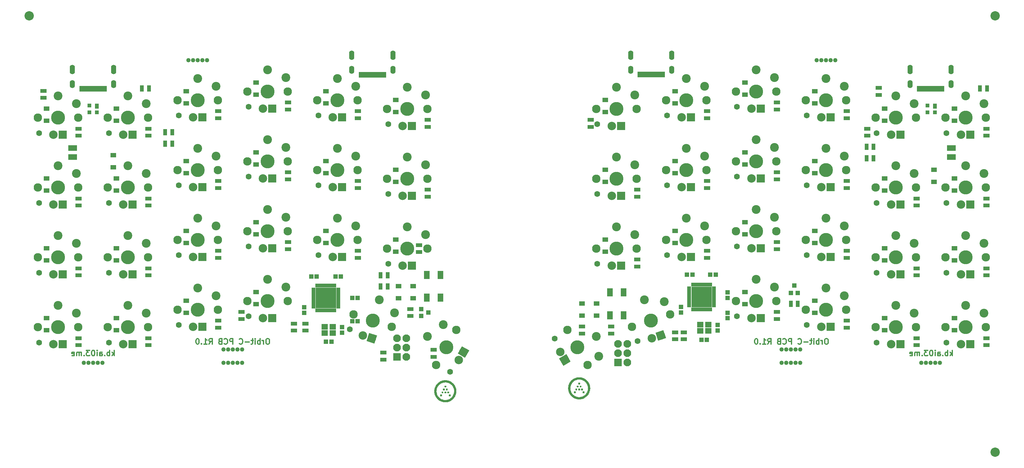
<source format=gbs>
G04 #@! TF.GenerationSoftware,KiCad,Pcbnew,(5.0.0)*
G04 #@! TF.CreationDate,2019-01-31T01:52:36-08:00*
G04 #@! TF.ProjectId,Orbit,4F726269742E6B696361645F70636200,rev?*
G04 #@! TF.SameCoordinates,Original*
G04 #@! TF.FileFunction,Soldermask,Bot*
G04 #@! TF.FilePolarity,Negative*
%FSLAX46Y46*%
G04 Gerber Fmt 4.6, Leading zero omitted, Abs format (unit mm)*
G04 Created by KiCad (PCBNEW (5.0.0)) date 01/31/19 01:52:36*
%MOMM*%
%LPD*%
G01*
G04 APERTURE LIST*
%ADD10C,0.300000*%
%ADD11C,0.010000*%
%ADD12R,1.100000X1.700000*%
%ADD13R,1.100000X1.400000*%
%ADD14R,1.100000X1.000000*%
%ADD15C,2.305000*%
%ADD16C,0.100000*%
%ADD17C,1.600000*%
%ADD18C,2.300000*%
%ADD19C,2.400000*%
%ADD20C,3.800000*%
%ADD21R,2.305000X2.305000*%
%ADD22R,1.200000X1.150000*%
%ADD23R,1.150000X1.200000*%
%ADD24R,1.600000X1.300000*%
%ADD25R,2.430000X1.540000*%
%ADD26C,2.540000*%
%ADD27R,2.100000X2.100000*%
%ADD28C,2.100000*%
%ADD29C,1.187400*%
%ADD30R,1.700000X1.100000*%
%ADD31R,1.500000X2.200000*%
%ADD32R,1.100000X0.650000*%
%ADD33R,0.650000X1.100000*%
%ADD34R,1.687500X1.687500*%
%ADD35R,1.800000X1.600000*%
%ADD36O,1.400000X2.600000*%
%ADD37O,1.400000X2.200000*%
%ADD38R,0.700000X1.550000*%
%ADD39R,1.000000X1.550000*%
%ADD40R,1.300000X1.200000*%
%ADD41R,1.200000X1.300000*%
G04 APERTURE END LIST*
D10*
X277212500Y-120534821D02*
X277212500Y-119034821D01*
X277069642Y-119963392D02*
X276641071Y-120534821D01*
X276641071Y-119534821D02*
X277212500Y-120106250D01*
X275998214Y-120534821D02*
X275998214Y-119034821D01*
X275998214Y-119606250D02*
X275855357Y-119534821D01*
X275569642Y-119534821D01*
X275426785Y-119606250D01*
X275355357Y-119677678D01*
X275283928Y-119820535D01*
X275283928Y-120249107D01*
X275355357Y-120391964D01*
X275426785Y-120463392D01*
X275569642Y-120534821D01*
X275855357Y-120534821D01*
X275998214Y-120463392D01*
X274641071Y-120391964D02*
X274569642Y-120463392D01*
X274641071Y-120534821D01*
X274712500Y-120463392D01*
X274641071Y-120391964D01*
X274641071Y-120534821D01*
X273283928Y-120534821D02*
X273283928Y-119749107D01*
X273355357Y-119606250D01*
X273498214Y-119534821D01*
X273783928Y-119534821D01*
X273926785Y-119606250D01*
X273283928Y-120463392D02*
X273426785Y-120534821D01*
X273783928Y-120534821D01*
X273926785Y-120463392D01*
X273998214Y-120320535D01*
X273998214Y-120177678D01*
X273926785Y-120034821D01*
X273783928Y-119963392D01*
X273426785Y-119963392D01*
X273283928Y-119891964D01*
X272569642Y-120534821D02*
X272569642Y-119534821D01*
X272569642Y-119034821D02*
X272641071Y-119106250D01*
X272569642Y-119177678D01*
X272498214Y-119106250D01*
X272569642Y-119034821D01*
X272569642Y-119177678D01*
X271569642Y-119034821D02*
X271426785Y-119034821D01*
X271283928Y-119106250D01*
X271212500Y-119177678D01*
X271141071Y-119320535D01*
X271069642Y-119606250D01*
X271069642Y-119963392D01*
X271141071Y-120249107D01*
X271212500Y-120391964D01*
X271283928Y-120463392D01*
X271426785Y-120534821D01*
X271569642Y-120534821D01*
X271712500Y-120463392D01*
X271783928Y-120391964D01*
X271855357Y-120249107D01*
X271926785Y-119963392D01*
X271926785Y-119606250D01*
X271855357Y-119320535D01*
X271783928Y-119177678D01*
X271712500Y-119106250D01*
X271569642Y-119034821D01*
X270569642Y-119034821D02*
X269641071Y-119034821D01*
X270141071Y-119606250D01*
X269926785Y-119606250D01*
X269783928Y-119677678D01*
X269712500Y-119749107D01*
X269641071Y-119891964D01*
X269641071Y-120249107D01*
X269712500Y-120391964D01*
X269783928Y-120463392D01*
X269926785Y-120534821D01*
X270355357Y-120534821D01*
X270498214Y-120463392D01*
X270569642Y-120391964D01*
X268998214Y-120391964D02*
X268926785Y-120463392D01*
X268998214Y-120534821D01*
X269069642Y-120463392D01*
X268998214Y-120391964D01*
X268998214Y-120534821D01*
X268283928Y-120534821D02*
X268283928Y-119534821D01*
X268283928Y-119677678D02*
X268212500Y-119606250D01*
X268069642Y-119534821D01*
X267855357Y-119534821D01*
X267712500Y-119606250D01*
X267641071Y-119749107D01*
X267641071Y-120534821D01*
X267641071Y-119749107D02*
X267569642Y-119606250D01*
X267426785Y-119534821D01*
X267212500Y-119534821D01*
X267069642Y-119606250D01*
X266998214Y-119749107D01*
X266998214Y-120534821D01*
X265712500Y-120463392D02*
X265855357Y-120534821D01*
X266141071Y-120534821D01*
X266283928Y-120463392D01*
X266355357Y-120320535D01*
X266355357Y-119749107D01*
X266283928Y-119606250D01*
X266141071Y-119534821D01*
X265855357Y-119534821D01*
X265712500Y-119606250D01*
X265641071Y-119749107D01*
X265641071Y-119891964D01*
X266355357Y-120034821D01*
X48612500Y-120534821D02*
X48612500Y-119034821D01*
X48469642Y-119963392D02*
X48041071Y-120534821D01*
X48041071Y-119534821D02*
X48612500Y-120106250D01*
X47398214Y-120534821D02*
X47398214Y-119034821D01*
X47398214Y-119606250D02*
X47255357Y-119534821D01*
X46969642Y-119534821D01*
X46826785Y-119606250D01*
X46755357Y-119677678D01*
X46683928Y-119820535D01*
X46683928Y-120249107D01*
X46755357Y-120391964D01*
X46826785Y-120463392D01*
X46969642Y-120534821D01*
X47255357Y-120534821D01*
X47398214Y-120463392D01*
X46041071Y-120391964D02*
X45969642Y-120463392D01*
X46041071Y-120534821D01*
X46112500Y-120463392D01*
X46041071Y-120391964D01*
X46041071Y-120534821D01*
X44683928Y-120534821D02*
X44683928Y-119749107D01*
X44755357Y-119606250D01*
X44898214Y-119534821D01*
X45183928Y-119534821D01*
X45326785Y-119606250D01*
X44683928Y-120463392D02*
X44826785Y-120534821D01*
X45183928Y-120534821D01*
X45326785Y-120463392D01*
X45398214Y-120320535D01*
X45398214Y-120177678D01*
X45326785Y-120034821D01*
X45183928Y-119963392D01*
X44826785Y-119963392D01*
X44683928Y-119891964D01*
X43969642Y-120534821D02*
X43969642Y-119534821D01*
X43969642Y-119034821D02*
X44041071Y-119106250D01*
X43969642Y-119177678D01*
X43898214Y-119106250D01*
X43969642Y-119034821D01*
X43969642Y-119177678D01*
X42969642Y-119034821D02*
X42826785Y-119034821D01*
X42683928Y-119106250D01*
X42612500Y-119177678D01*
X42541071Y-119320535D01*
X42469642Y-119606250D01*
X42469642Y-119963392D01*
X42541071Y-120249107D01*
X42612500Y-120391964D01*
X42683928Y-120463392D01*
X42826785Y-120534821D01*
X42969642Y-120534821D01*
X43112500Y-120463392D01*
X43183928Y-120391964D01*
X43255357Y-120249107D01*
X43326785Y-119963392D01*
X43326785Y-119606250D01*
X43255357Y-119320535D01*
X43183928Y-119177678D01*
X43112500Y-119106250D01*
X42969642Y-119034821D01*
X41969642Y-119034821D02*
X41041071Y-119034821D01*
X41541071Y-119606250D01*
X41326785Y-119606250D01*
X41183928Y-119677678D01*
X41112500Y-119749107D01*
X41041071Y-119891964D01*
X41041071Y-120249107D01*
X41112500Y-120391964D01*
X41183928Y-120463392D01*
X41326785Y-120534821D01*
X41755357Y-120534821D01*
X41898214Y-120463392D01*
X41969642Y-120391964D01*
X40398214Y-120391964D02*
X40326785Y-120463392D01*
X40398214Y-120534821D01*
X40469642Y-120463392D01*
X40398214Y-120391964D01*
X40398214Y-120534821D01*
X39683928Y-120534821D02*
X39683928Y-119534821D01*
X39683928Y-119677678D02*
X39612500Y-119606250D01*
X39469642Y-119534821D01*
X39255357Y-119534821D01*
X39112500Y-119606250D01*
X39041071Y-119749107D01*
X39041071Y-120534821D01*
X39041071Y-119749107D02*
X38969642Y-119606250D01*
X38826785Y-119534821D01*
X38612500Y-119534821D01*
X38469642Y-119606250D01*
X38398214Y-119749107D01*
X38398214Y-120534821D01*
X37112500Y-120463392D02*
X37255357Y-120534821D01*
X37541071Y-120534821D01*
X37683928Y-120463392D01*
X37755357Y-120320535D01*
X37755357Y-119749107D01*
X37683928Y-119606250D01*
X37541071Y-119534821D01*
X37255357Y-119534821D01*
X37112500Y-119606250D01*
X37041071Y-119749107D01*
X37041071Y-119891964D01*
X37755357Y-120034821D01*
X243041071Y-115859821D02*
X242755357Y-115859821D01*
X242612500Y-115931250D01*
X242469642Y-116074107D01*
X242398214Y-116359821D01*
X242398214Y-116859821D01*
X242469642Y-117145535D01*
X242612500Y-117288392D01*
X242755357Y-117359821D01*
X243041071Y-117359821D01*
X243183928Y-117288392D01*
X243326785Y-117145535D01*
X243398214Y-116859821D01*
X243398214Y-116359821D01*
X243326785Y-116074107D01*
X243183928Y-115931250D01*
X243041071Y-115859821D01*
X241755357Y-117359821D02*
X241755357Y-116359821D01*
X241755357Y-116645535D02*
X241683928Y-116502678D01*
X241612500Y-116431250D01*
X241469642Y-116359821D01*
X241326785Y-116359821D01*
X240826785Y-117359821D02*
X240826785Y-115859821D01*
X240826785Y-116431250D02*
X240683928Y-116359821D01*
X240398214Y-116359821D01*
X240255357Y-116431250D01*
X240183928Y-116502678D01*
X240112500Y-116645535D01*
X240112500Y-117074107D01*
X240183928Y-117216964D01*
X240255357Y-117288392D01*
X240398214Y-117359821D01*
X240683928Y-117359821D01*
X240826785Y-117288392D01*
X239469642Y-117359821D02*
X239469642Y-116359821D01*
X239469642Y-115859821D02*
X239541071Y-115931250D01*
X239469642Y-116002678D01*
X239398214Y-115931250D01*
X239469642Y-115859821D01*
X239469642Y-116002678D01*
X238969642Y-116359821D02*
X238398214Y-116359821D01*
X238755357Y-115859821D02*
X238755357Y-117145535D01*
X238683928Y-117288392D01*
X238541071Y-117359821D01*
X238398214Y-117359821D01*
X237898214Y-116788392D02*
X236755357Y-116788392D01*
X235183928Y-117216964D02*
X235255357Y-117288392D01*
X235469642Y-117359821D01*
X235612500Y-117359821D01*
X235826785Y-117288392D01*
X235969642Y-117145535D01*
X236041071Y-117002678D01*
X236112500Y-116716964D01*
X236112500Y-116502678D01*
X236041071Y-116216964D01*
X235969642Y-116074107D01*
X235826785Y-115931250D01*
X235612500Y-115859821D01*
X235469642Y-115859821D01*
X235255357Y-115931250D01*
X235183928Y-116002678D01*
X233398214Y-117359821D02*
X233398214Y-115859821D01*
X232826785Y-115859821D01*
X232683928Y-115931250D01*
X232612500Y-116002678D01*
X232541071Y-116145535D01*
X232541071Y-116359821D01*
X232612500Y-116502678D01*
X232683928Y-116574107D01*
X232826785Y-116645535D01*
X233398214Y-116645535D01*
X231041071Y-117216964D02*
X231112500Y-117288392D01*
X231326785Y-117359821D01*
X231469642Y-117359821D01*
X231683928Y-117288392D01*
X231826785Y-117145535D01*
X231898214Y-117002678D01*
X231969642Y-116716964D01*
X231969642Y-116502678D01*
X231898214Y-116216964D01*
X231826785Y-116074107D01*
X231683928Y-115931250D01*
X231469642Y-115859821D01*
X231326785Y-115859821D01*
X231112500Y-115931250D01*
X231041071Y-116002678D01*
X229898214Y-116574107D02*
X229683928Y-116645535D01*
X229612500Y-116716964D01*
X229541071Y-116859821D01*
X229541071Y-117074107D01*
X229612500Y-117216964D01*
X229683928Y-117288392D01*
X229826785Y-117359821D01*
X230398214Y-117359821D01*
X230398214Y-115859821D01*
X229898214Y-115859821D01*
X229755357Y-115931250D01*
X229683928Y-116002678D01*
X229612500Y-116145535D01*
X229612500Y-116288392D01*
X229683928Y-116431250D01*
X229755357Y-116502678D01*
X229898214Y-116574107D01*
X230398214Y-116574107D01*
X226898214Y-117359821D02*
X227398214Y-116645535D01*
X227755357Y-117359821D02*
X227755357Y-115859821D01*
X227183928Y-115859821D01*
X227041071Y-115931250D01*
X226969642Y-116002678D01*
X226898214Y-116145535D01*
X226898214Y-116359821D01*
X226969642Y-116502678D01*
X227041071Y-116574107D01*
X227183928Y-116645535D01*
X227755357Y-116645535D01*
X225469642Y-117359821D02*
X226326785Y-117359821D01*
X225898214Y-117359821D02*
X225898214Y-115859821D01*
X226041071Y-116074107D01*
X226183928Y-116216964D01*
X226326785Y-116288392D01*
X224826785Y-117216964D02*
X224755357Y-117288392D01*
X224826785Y-117359821D01*
X224898214Y-117288392D01*
X224826785Y-117216964D01*
X224826785Y-117359821D01*
X223826785Y-115859821D02*
X223683928Y-115859821D01*
X223541071Y-115931250D01*
X223469642Y-116002678D01*
X223398214Y-116145535D01*
X223326785Y-116431250D01*
X223326785Y-116788392D01*
X223398214Y-117074107D01*
X223469642Y-117216964D01*
X223541071Y-117288392D01*
X223683928Y-117359821D01*
X223826785Y-117359821D01*
X223969642Y-117288392D01*
X224041071Y-117216964D01*
X224112500Y-117074107D01*
X224183928Y-116788392D01*
X224183928Y-116431250D01*
X224112500Y-116145535D01*
X224041071Y-116002678D01*
X223969642Y-115931250D01*
X223826785Y-115859821D01*
X90641071Y-115859821D02*
X90355357Y-115859821D01*
X90212500Y-115931250D01*
X90069642Y-116074107D01*
X89998214Y-116359821D01*
X89998214Y-116859821D01*
X90069642Y-117145535D01*
X90212500Y-117288392D01*
X90355357Y-117359821D01*
X90641071Y-117359821D01*
X90783928Y-117288392D01*
X90926785Y-117145535D01*
X90998214Y-116859821D01*
X90998214Y-116359821D01*
X90926785Y-116074107D01*
X90783928Y-115931250D01*
X90641071Y-115859821D01*
X89355357Y-117359821D02*
X89355357Y-116359821D01*
X89355357Y-116645535D02*
X89283928Y-116502678D01*
X89212500Y-116431250D01*
X89069642Y-116359821D01*
X88926785Y-116359821D01*
X88426785Y-117359821D02*
X88426785Y-115859821D01*
X88426785Y-116431250D02*
X88283928Y-116359821D01*
X87998214Y-116359821D01*
X87855357Y-116431250D01*
X87783928Y-116502678D01*
X87712500Y-116645535D01*
X87712500Y-117074107D01*
X87783928Y-117216964D01*
X87855357Y-117288392D01*
X87998214Y-117359821D01*
X88283928Y-117359821D01*
X88426785Y-117288392D01*
X87069642Y-117359821D02*
X87069642Y-116359821D01*
X87069642Y-115859821D02*
X87141071Y-115931250D01*
X87069642Y-116002678D01*
X86998214Y-115931250D01*
X87069642Y-115859821D01*
X87069642Y-116002678D01*
X86569642Y-116359821D02*
X85998214Y-116359821D01*
X86355357Y-115859821D02*
X86355357Y-117145535D01*
X86283928Y-117288392D01*
X86141071Y-117359821D01*
X85998214Y-117359821D01*
X85498214Y-116788392D02*
X84355357Y-116788392D01*
X82783928Y-117216964D02*
X82855357Y-117288392D01*
X83069642Y-117359821D01*
X83212500Y-117359821D01*
X83426785Y-117288392D01*
X83569642Y-117145535D01*
X83641071Y-117002678D01*
X83712500Y-116716964D01*
X83712500Y-116502678D01*
X83641071Y-116216964D01*
X83569642Y-116074107D01*
X83426785Y-115931250D01*
X83212500Y-115859821D01*
X83069642Y-115859821D01*
X82855357Y-115931250D01*
X82783928Y-116002678D01*
X80998214Y-117359821D02*
X80998214Y-115859821D01*
X80426785Y-115859821D01*
X80283928Y-115931250D01*
X80212500Y-116002678D01*
X80141071Y-116145535D01*
X80141071Y-116359821D01*
X80212500Y-116502678D01*
X80283928Y-116574107D01*
X80426785Y-116645535D01*
X80998214Y-116645535D01*
X78641071Y-117216964D02*
X78712500Y-117288392D01*
X78926785Y-117359821D01*
X79069642Y-117359821D01*
X79283928Y-117288392D01*
X79426785Y-117145535D01*
X79498214Y-117002678D01*
X79569642Y-116716964D01*
X79569642Y-116502678D01*
X79498214Y-116216964D01*
X79426785Y-116074107D01*
X79283928Y-115931250D01*
X79069642Y-115859821D01*
X78926785Y-115859821D01*
X78712500Y-115931250D01*
X78641071Y-116002678D01*
X77498214Y-116574107D02*
X77283928Y-116645535D01*
X77212500Y-116716964D01*
X77141071Y-116859821D01*
X77141071Y-117074107D01*
X77212500Y-117216964D01*
X77283928Y-117288392D01*
X77426785Y-117359821D01*
X77998214Y-117359821D01*
X77998214Y-115859821D01*
X77498214Y-115859821D01*
X77355357Y-115931250D01*
X77283928Y-116002678D01*
X77212500Y-116145535D01*
X77212500Y-116288392D01*
X77283928Y-116431250D01*
X77355357Y-116502678D01*
X77498214Y-116574107D01*
X77998214Y-116574107D01*
X74498214Y-117359821D02*
X74998214Y-116645535D01*
X75355357Y-117359821D02*
X75355357Y-115859821D01*
X74783928Y-115859821D01*
X74641071Y-115931250D01*
X74569642Y-116002678D01*
X74498214Y-116145535D01*
X74498214Y-116359821D01*
X74569642Y-116502678D01*
X74641071Y-116574107D01*
X74783928Y-116645535D01*
X75355357Y-116645535D01*
X73069642Y-117359821D02*
X73926785Y-117359821D01*
X73498214Y-117359821D02*
X73498214Y-115859821D01*
X73641071Y-116074107D01*
X73783928Y-116216964D01*
X73926785Y-116288392D01*
X72426785Y-117216964D02*
X72355357Y-117288392D01*
X72426785Y-117359821D01*
X72498214Y-117288392D01*
X72426785Y-117216964D01*
X72426785Y-117359821D01*
X71426785Y-115859821D02*
X71283928Y-115859821D01*
X71141071Y-115931250D01*
X71069642Y-116002678D01*
X70998214Y-116145535D01*
X70926785Y-116431250D01*
X70926785Y-116788392D01*
X70998214Y-117074107D01*
X71069642Y-117216964D01*
X71141071Y-117288392D01*
X71283928Y-117359821D01*
X71426785Y-117359821D01*
X71569642Y-117288392D01*
X71641071Y-117216964D01*
X71712500Y-117074107D01*
X71783928Y-116788392D01*
X71783928Y-116431250D01*
X71712500Y-116145535D01*
X71641071Y-116002678D01*
X71569642Y-115931250D01*
X71426785Y-115859821D01*
D11*
G04 #@! TO.C,G\002A\002A\002A*
G36*
X175228250Y-128301750D02*
X175633062Y-128301750D01*
X175633062Y-127896938D01*
X175228250Y-127896938D01*
X175228250Y-128301750D01*
X175228250Y-128301750D01*
G37*
X175228250Y-128301750D02*
X175633062Y-128301750D01*
X175633062Y-127896938D01*
X175228250Y-127896938D01*
X175228250Y-128301750D01*
G36*
X174823437Y-129087563D02*
X175228250Y-129087563D01*
X175228250Y-128706563D01*
X174823437Y-128706563D01*
X174823437Y-129087563D01*
X174823437Y-129087563D01*
G37*
X174823437Y-129087563D02*
X175228250Y-129087563D01*
X175228250Y-128706563D01*
X174823437Y-128706563D01*
X174823437Y-129087563D01*
G36*
X175633062Y-129087563D02*
X176014062Y-129087563D01*
X176014062Y-128706563D01*
X175633062Y-128706563D01*
X175633062Y-129087563D01*
X175633062Y-129087563D01*
G37*
X175633062Y-129087563D02*
X176014062Y-129087563D01*
X176014062Y-128706563D01*
X175633062Y-128706563D01*
X175633062Y-129087563D01*
G36*
X174442437Y-129897188D02*
X174823437Y-129897188D01*
X174823437Y-129492375D01*
X174442437Y-129492375D01*
X174442437Y-129897188D01*
X174442437Y-129897188D01*
G37*
X174442437Y-129897188D02*
X174823437Y-129897188D01*
X174823437Y-129492375D01*
X174442437Y-129492375D01*
X174442437Y-129897188D01*
G36*
X175228250Y-129897188D02*
X175633062Y-129897188D01*
X175633062Y-129492375D01*
X175228250Y-129492375D01*
X175228250Y-129897188D01*
X175228250Y-129897188D01*
G37*
X175228250Y-129897188D02*
X175633062Y-129897188D01*
X175633062Y-129492375D01*
X175228250Y-129492375D01*
X175228250Y-129897188D01*
G36*
X176014062Y-129897188D02*
X176418875Y-129897188D01*
X176418875Y-129492375D01*
X176014062Y-129492375D01*
X176014062Y-129897188D01*
X176014062Y-129897188D01*
G37*
X176014062Y-129897188D02*
X176418875Y-129897188D01*
X176418875Y-129492375D01*
X176014062Y-129492375D01*
X176014062Y-129897188D01*
G36*
X174037625Y-130683000D02*
X174442437Y-130683000D01*
X174442437Y-130278188D01*
X174037625Y-130278188D01*
X174037625Y-130683000D01*
X174037625Y-130683000D01*
G37*
X174037625Y-130683000D02*
X174442437Y-130683000D01*
X174442437Y-130278188D01*
X174037625Y-130278188D01*
X174037625Y-130683000D01*
G36*
X176418875Y-130683000D02*
X176823687Y-130683000D01*
X176823687Y-130278188D01*
X176418875Y-130278188D01*
X176418875Y-130683000D01*
X176418875Y-130683000D01*
G37*
X176418875Y-130683000D02*
X176823687Y-130683000D01*
X176823687Y-130278188D01*
X176418875Y-130278188D01*
X176418875Y-130683000D01*
G36*
X175414781Y-126409295D02*
X175290663Y-126410665D01*
X175178951Y-126414822D01*
X175076358Y-126422169D01*
X174979594Y-126433110D01*
X174885372Y-126448048D01*
X174790403Y-126467387D01*
X174691399Y-126491531D01*
X174646120Y-126503668D01*
X174437573Y-126568906D01*
X174235485Y-126648242D01*
X174040622Y-126741278D01*
X173853751Y-126847618D01*
X173675636Y-126966866D01*
X173523490Y-127084867D01*
X173365822Y-127225592D01*
X173218485Y-127377037D01*
X173082164Y-127538135D01*
X172957542Y-127707817D01*
X172845303Y-127885016D01*
X172746130Y-128068666D01*
X172660708Y-128257697D01*
X172589720Y-128451043D01*
X172540966Y-128619053D01*
X172507895Y-128759039D01*
X172482535Y-128890975D01*
X172464143Y-129020247D01*
X172451975Y-129152243D01*
X172445289Y-129292350D01*
X172444636Y-129317750D01*
X172447355Y-129536047D01*
X172465550Y-129750830D01*
X172499215Y-129962071D01*
X172548344Y-130169739D01*
X172612931Y-130373805D01*
X172677128Y-130537737D01*
X172705211Y-130603002D01*
X172729273Y-130657160D01*
X172751142Y-130703863D01*
X172772643Y-130746763D01*
X172795604Y-130789513D01*
X172821850Y-130835765D01*
X172850975Y-130885406D01*
X172970194Y-131071677D01*
X173100298Y-131246403D01*
X173241421Y-131409715D01*
X173393695Y-131561746D01*
X173557253Y-131702630D01*
X173732226Y-131832498D01*
X173914594Y-131949025D01*
X173967423Y-131979994D01*
X174013336Y-132005971D01*
X174055985Y-132028781D01*
X174099022Y-132050251D01*
X174146099Y-132072207D01*
X174200869Y-132096475D01*
X174262263Y-132122872D01*
X174358496Y-132162419D01*
X174447214Y-132195458D01*
X174534328Y-132223945D01*
X174625752Y-132249839D01*
X174708344Y-132270572D01*
X174872860Y-132306126D01*
X175029955Y-132331803D01*
X175184183Y-132348143D01*
X175340101Y-132355686D01*
X175430656Y-132356263D01*
X175481875Y-132355748D01*
X175529996Y-132355043D01*
X175571876Y-132354210D01*
X175604372Y-132353313D01*
X175624340Y-132352415D01*
X175625125Y-132352359D01*
X175841299Y-132328407D01*
X176054056Y-132289420D01*
X176262537Y-132235717D01*
X176465882Y-132167613D01*
X176663234Y-132085426D01*
X176853732Y-131989475D01*
X177036518Y-131880076D01*
X177187474Y-131775046D01*
X177360401Y-131636699D01*
X177521085Y-131488338D01*
X177669299Y-131330289D01*
X177804821Y-131162882D01*
X177927426Y-130986444D01*
X178036889Y-130801302D01*
X178132987Y-130607785D01*
X178215494Y-130406221D01*
X178284187Y-130196938D01*
X178296332Y-130153880D01*
X178322698Y-130052085D01*
X178344083Y-129955761D01*
X178360891Y-129861617D01*
X178373525Y-129766367D01*
X178382390Y-129666720D01*
X178387888Y-129559390D01*
X178390424Y-129441086D01*
X178390705Y-129385219D01*
X178390030Y-129329858D01*
X177857956Y-129329858D01*
X177857853Y-129409996D01*
X177856187Y-129489660D01*
X177852991Y-129564787D01*
X177848294Y-129631310D01*
X177844574Y-129667000D01*
X177812700Y-129864298D01*
X177766049Y-130055913D01*
X177704799Y-130241472D01*
X177629131Y-130420599D01*
X177539223Y-130592919D01*
X177435256Y-130758059D01*
X177317409Y-130915643D01*
X177185862Y-131065297D01*
X177163526Y-131088510D01*
X177029292Y-131215584D01*
X176883590Y-131333520D01*
X176729119Y-131440340D01*
X176568581Y-131534066D01*
X176522792Y-131557754D01*
X176448384Y-131594403D01*
X176383143Y-131624622D01*
X176322646Y-131650190D01*
X176262472Y-131672884D01*
X176198199Y-131694483D01*
X176133125Y-131714477D01*
X175943912Y-131763890D01*
X175758161Y-131798341D01*
X175574423Y-131817964D01*
X175391247Y-131822892D01*
X175207186Y-131813261D01*
X175140644Y-131806281D01*
X174953312Y-131777337D01*
X174773731Y-131735528D01*
X174599393Y-131680104D01*
X174427791Y-131610314D01*
X174330834Y-131564116D01*
X174160202Y-131470697D01*
X174000786Y-131366962D01*
X173851828Y-131252224D01*
X173712571Y-131125800D01*
X173582256Y-130987004D01*
X173460126Y-130835153D01*
X173351858Y-130679509D01*
X173326732Y-130638318D01*
X173297409Y-130586190D01*
X173265709Y-130526746D01*
X173233451Y-130463606D01*
X173202457Y-130400390D01*
X173174544Y-130340717D01*
X173151535Y-130288207D01*
X173138097Y-130254375D01*
X173075230Y-130062834D01*
X173027834Y-129870095D01*
X172995950Y-129676700D01*
X172979620Y-129483190D01*
X172978882Y-129290107D01*
X172993778Y-129097992D01*
X173024348Y-128907386D01*
X173034151Y-128861344D01*
X173067800Y-128725051D01*
X173106108Y-128598868D01*
X173151046Y-128477257D01*
X173204587Y-128354682D01*
X173242246Y-128277208D01*
X173335951Y-128108360D01*
X173442776Y-127947923D01*
X173561952Y-127796618D01*
X173692713Y-127655164D01*
X173834290Y-127524281D01*
X173985916Y-127404690D01*
X174146823Y-127297110D01*
X174316243Y-127202261D01*
X174460425Y-127134730D01*
X174632053Y-127068335D01*
X174804607Y-127016337D01*
X174980094Y-126978328D01*
X175160524Y-126953901D01*
X175347905Y-126942647D01*
X175410812Y-126941757D01*
X175608907Y-126948127D01*
X175800535Y-126968772D01*
X175986469Y-127003923D01*
X176167485Y-127053817D01*
X176344356Y-127118685D01*
X176517856Y-127198763D01*
X176688759Y-127294285D01*
X176789456Y-127358494D01*
X176928889Y-127460022D01*
X177063087Y-127574528D01*
X177190409Y-127700089D01*
X177309215Y-127834781D01*
X177417864Y-127976681D01*
X177514715Y-128123865D01*
X177598128Y-128274411D01*
X177632924Y-128347330D01*
X177694327Y-128492189D01*
X177744558Y-128631428D01*
X177784815Y-128769376D01*
X177816294Y-128910364D01*
X177840194Y-129058721D01*
X177848595Y-129127250D01*
X177853358Y-129184420D01*
X177856468Y-129253311D01*
X177857956Y-129329858D01*
X178390030Y-129329858D01*
X178388960Y-129242223D01*
X178383086Y-129111356D01*
X178372512Y-128989275D01*
X178356665Y-128872635D01*
X178334973Y-128758094D01*
X178306863Y-128642309D01*
X178271764Y-128521937D01*
X178229103Y-128393634D01*
X178213409Y-128349375D01*
X178135024Y-128154656D01*
X178042184Y-127966322D01*
X177935078Y-127784635D01*
X177813898Y-127609858D01*
X177678833Y-127442253D01*
X177530076Y-127282083D01*
X177367817Y-127129610D01*
X177260979Y-127039429D01*
X177175150Y-126973936D01*
X177077611Y-126906610D01*
X176972002Y-126839662D01*
X176861964Y-126775305D01*
X176751137Y-126715750D01*
X176643161Y-126663208D01*
X176637156Y-126660465D01*
X176567196Y-126630592D01*
X176486015Y-126599206D01*
X176397983Y-126567786D01*
X176307471Y-126537812D01*
X176218849Y-126510761D01*
X176136486Y-126488114D01*
X176104600Y-126480221D01*
X176011375Y-126459453D01*
X175922401Y-126442793D01*
X175834397Y-126429902D01*
X175744081Y-126420445D01*
X175648172Y-126414082D01*
X175543390Y-126410478D01*
X175426455Y-126409294D01*
X175414781Y-126409295D01*
X175414781Y-126409295D01*
G37*
X175414781Y-126409295D02*
X175290663Y-126410665D01*
X175178951Y-126414822D01*
X175076358Y-126422169D01*
X174979594Y-126433110D01*
X174885372Y-126448048D01*
X174790403Y-126467387D01*
X174691399Y-126491531D01*
X174646120Y-126503668D01*
X174437573Y-126568906D01*
X174235485Y-126648242D01*
X174040622Y-126741278D01*
X173853751Y-126847618D01*
X173675636Y-126966866D01*
X173523490Y-127084867D01*
X173365822Y-127225592D01*
X173218485Y-127377037D01*
X173082164Y-127538135D01*
X172957542Y-127707817D01*
X172845303Y-127885016D01*
X172746130Y-128068666D01*
X172660708Y-128257697D01*
X172589720Y-128451043D01*
X172540966Y-128619053D01*
X172507895Y-128759039D01*
X172482535Y-128890975D01*
X172464143Y-129020247D01*
X172451975Y-129152243D01*
X172445289Y-129292350D01*
X172444636Y-129317750D01*
X172447355Y-129536047D01*
X172465550Y-129750830D01*
X172499215Y-129962071D01*
X172548344Y-130169739D01*
X172612931Y-130373805D01*
X172677128Y-130537737D01*
X172705211Y-130603002D01*
X172729273Y-130657160D01*
X172751142Y-130703863D01*
X172772643Y-130746763D01*
X172795604Y-130789513D01*
X172821850Y-130835765D01*
X172850975Y-130885406D01*
X172970194Y-131071677D01*
X173100298Y-131246403D01*
X173241421Y-131409715D01*
X173393695Y-131561746D01*
X173557253Y-131702630D01*
X173732226Y-131832498D01*
X173914594Y-131949025D01*
X173967423Y-131979994D01*
X174013336Y-132005971D01*
X174055985Y-132028781D01*
X174099022Y-132050251D01*
X174146099Y-132072207D01*
X174200869Y-132096475D01*
X174262263Y-132122872D01*
X174358496Y-132162419D01*
X174447214Y-132195458D01*
X174534328Y-132223945D01*
X174625752Y-132249839D01*
X174708344Y-132270572D01*
X174872860Y-132306126D01*
X175029955Y-132331803D01*
X175184183Y-132348143D01*
X175340101Y-132355686D01*
X175430656Y-132356263D01*
X175481875Y-132355748D01*
X175529996Y-132355043D01*
X175571876Y-132354210D01*
X175604372Y-132353313D01*
X175624340Y-132352415D01*
X175625125Y-132352359D01*
X175841299Y-132328407D01*
X176054056Y-132289420D01*
X176262537Y-132235717D01*
X176465882Y-132167613D01*
X176663234Y-132085426D01*
X176853732Y-131989475D01*
X177036518Y-131880076D01*
X177187474Y-131775046D01*
X177360401Y-131636699D01*
X177521085Y-131488338D01*
X177669299Y-131330289D01*
X177804821Y-131162882D01*
X177927426Y-130986444D01*
X178036889Y-130801302D01*
X178132987Y-130607785D01*
X178215494Y-130406221D01*
X178284187Y-130196938D01*
X178296332Y-130153880D01*
X178322698Y-130052085D01*
X178344083Y-129955761D01*
X178360891Y-129861617D01*
X178373525Y-129766367D01*
X178382390Y-129666720D01*
X178387888Y-129559390D01*
X178390424Y-129441086D01*
X178390705Y-129385219D01*
X178390030Y-129329858D01*
X177857956Y-129329858D01*
X177857853Y-129409996D01*
X177856187Y-129489660D01*
X177852991Y-129564787D01*
X177848294Y-129631310D01*
X177844574Y-129667000D01*
X177812700Y-129864298D01*
X177766049Y-130055913D01*
X177704799Y-130241472D01*
X177629131Y-130420599D01*
X177539223Y-130592919D01*
X177435256Y-130758059D01*
X177317409Y-130915643D01*
X177185862Y-131065297D01*
X177163526Y-131088510D01*
X177029292Y-131215584D01*
X176883590Y-131333520D01*
X176729119Y-131440340D01*
X176568581Y-131534066D01*
X176522792Y-131557754D01*
X176448384Y-131594403D01*
X176383143Y-131624622D01*
X176322646Y-131650190D01*
X176262472Y-131672884D01*
X176198199Y-131694483D01*
X176133125Y-131714477D01*
X175943912Y-131763890D01*
X175758161Y-131798341D01*
X175574423Y-131817964D01*
X175391247Y-131822892D01*
X175207186Y-131813261D01*
X175140644Y-131806281D01*
X174953312Y-131777337D01*
X174773731Y-131735528D01*
X174599393Y-131680104D01*
X174427791Y-131610314D01*
X174330834Y-131564116D01*
X174160202Y-131470697D01*
X174000786Y-131366962D01*
X173851828Y-131252224D01*
X173712571Y-131125800D01*
X173582256Y-130987004D01*
X173460126Y-130835153D01*
X173351858Y-130679509D01*
X173326732Y-130638318D01*
X173297409Y-130586190D01*
X173265709Y-130526746D01*
X173233451Y-130463606D01*
X173202457Y-130400390D01*
X173174544Y-130340717D01*
X173151535Y-130288207D01*
X173138097Y-130254375D01*
X173075230Y-130062834D01*
X173027834Y-129870095D01*
X172995950Y-129676700D01*
X172979620Y-129483190D01*
X172978882Y-129290107D01*
X172993778Y-129097992D01*
X173024348Y-128907386D01*
X173034151Y-128861344D01*
X173067800Y-128725051D01*
X173106108Y-128598868D01*
X173151046Y-128477257D01*
X173204587Y-128354682D01*
X173242246Y-128277208D01*
X173335951Y-128108360D01*
X173442776Y-127947923D01*
X173561952Y-127796618D01*
X173692713Y-127655164D01*
X173834290Y-127524281D01*
X173985916Y-127404690D01*
X174146823Y-127297110D01*
X174316243Y-127202261D01*
X174460425Y-127134730D01*
X174632053Y-127068335D01*
X174804607Y-127016337D01*
X174980094Y-126978328D01*
X175160524Y-126953901D01*
X175347905Y-126942647D01*
X175410812Y-126941757D01*
X175608907Y-126948127D01*
X175800535Y-126968772D01*
X175986469Y-127003923D01*
X176167485Y-127053817D01*
X176344356Y-127118685D01*
X176517856Y-127198763D01*
X176688759Y-127294285D01*
X176789456Y-127358494D01*
X176928889Y-127460022D01*
X177063087Y-127574528D01*
X177190409Y-127700089D01*
X177309215Y-127834781D01*
X177417864Y-127976681D01*
X177514715Y-128123865D01*
X177598128Y-128274411D01*
X177632924Y-128347330D01*
X177694327Y-128492189D01*
X177744558Y-128631428D01*
X177784815Y-128769376D01*
X177816294Y-128910364D01*
X177840194Y-129058721D01*
X177848595Y-129127250D01*
X177853358Y-129184420D01*
X177856468Y-129253311D01*
X177857956Y-129329858D01*
X178390030Y-129329858D01*
X178388960Y-129242223D01*
X178383086Y-129111356D01*
X178372512Y-128989275D01*
X178356665Y-128872635D01*
X178334973Y-128758094D01*
X178306863Y-128642309D01*
X178271764Y-128521937D01*
X178229103Y-128393634D01*
X178213409Y-128349375D01*
X178135024Y-128154656D01*
X178042184Y-127966322D01*
X177935078Y-127784635D01*
X177813898Y-127609858D01*
X177678833Y-127442253D01*
X177530076Y-127282083D01*
X177367817Y-127129610D01*
X177260979Y-127039429D01*
X177175150Y-126973936D01*
X177077611Y-126906610D01*
X176972002Y-126839662D01*
X176861964Y-126775305D01*
X176751137Y-126715750D01*
X176643161Y-126663208D01*
X176637156Y-126660465D01*
X176567196Y-126630592D01*
X176486015Y-126599206D01*
X176397983Y-126567786D01*
X176307471Y-126537812D01*
X176218849Y-126510761D01*
X176136486Y-126488114D01*
X176104600Y-126480221D01*
X176011375Y-126459453D01*
X175922401Y-126442793D01*
X175834397Y-126429902D01*
X175744081Y-126420445D01*
X175648172Y-126414082D01*
X175543390Y-126410478D01*
X175426455Y-126409294D01*
X175414781Y-126409295D01*
G36*
X138715750Y-129095500D02*
X139120562Y-129095500D01*
X139120562Y-128690688D01*
X138715750Y-128690688D01*
X138715750Y-129095500D01*
X138715750Y-129095500D01*
G37*
X138715750Y-129095500D02*
X139120562Y-129095500D01*
X139120562Y-128690688D01*
X138715750Y-128690688D01*
X138715750Y-129095500D01*
G36*
X138310937Y-129881313D02*
X138715750Y-129881313D01*
X138715750Y-129500313D01*
X138310937Y-129500313D01*
X138310937Y-129881313D01*
X138310937Y-129881313D01*
G37*
X138310937Y-129881313D02*
X138715750Y-129881313D01*
X138715750Y-129500313D01*
X138310937Y-129500313D01*
X138310937Y-129881313D01*
G36*
X139120562Y-129881313D02*
X139501562Y-129881313D01*
X139501562Y-129500313D01*
X139120562Y-129500313D01*
X139120562Y-129881313D01*
X139120562Y-129881313D01*
G37*
X139120562Y-129881313D02*
X139501562Y-129881313D01*
X139501562Y-129500313D01*
X139120562Y-129500313D01*
X139120562Y-129881313D01*
G36*
X137929937Y-130690938D02*
X138310937Y-130690938D01*
X138310937Y-130286125D01*
X137929937Y-130286125D01*
X137929937Y-130690938D01*
X137929937Y-130690938D01*
G37*
X137929937Y-130690938D02*
X138310937Y-130690938D01*
X138310937Y-130286125D01*
X137929937Y-130286125D01*
X137929937Y-130690938D01*
G36*
X138715750Y-130690938D02*
X139120562Y-130690938D01*
X139120562Y-130286125D01*
X138715750Y-130286125D01*
X138715750Y-130690938D01*
X138715750Y-130690938D01*
G37*
X138715750Y-130690938D02*
X139120562Y-130690938D01*
X139120562Y-130286125D01*
X138715750Y-130286125D01*
X138715750Y-130690938D01*
G36*
X139501562Y-130690938D02*
X139906375Y-130690938D01*
X139906375Y-130286125D01*
X139501562Y-130286125D01*
X139501562Y-130690938D01*
X139501562Y-130690938D01*
G37*
X139501562Y-130690938D02*
X139906375Y-130690938D01*
X139906375Y-130286125D01*
X139501562Y-130286125D01*
X139501562Y-130690938D01*
G36*
X137525125Y-131476750D02*
X137929937Y-131476750D01*
X137929937Y-131071938D01*
X137525125Y-131071938D01*
X137525125Y-131476750D01*
X137525125Y-131476750D01*
G37*
X137525125Y-131476750D02*
X137929937Y-131476750D01*
X137929937Y-131071938D01*
X137525125Y-131071938D01*
X137525125Y-131476750D01*
G36*
X139906375Y-131476750D02*
X140311187Y-131476750D01*
X140311187Y-131071938D01*
X139906375Y-131071938D01*
X139906375Y-131476750D01*
X139906375Y-131476750D01*
G37*
X139906375Y-131476750D02*
X140311187Y-131476750D01*
X140311187Y-131071938D01*
X139906375Y-131071938D01*
X139906375Y-131476750D01*
G36*
X138902281Y-127203045D02*
X138778163Y-127204415D01*
X138666451Y-127208572D01*
X138563858Y-127215919D01*
X138467094Y-127226860D01*
X138372872Y-127241798D01*
X138277903Y-127261137D01*
X138178899Y-127285281D01*
X138133620Y-127297418D01*
X137925073Y-127362656D01*
X137722985Y-127441992D01*
X137528122Y-127535028D01*
X137341251Y-127641368D01*
X137163136Y-127760616D01*
X137010990Y-127878617D01*
X136853322Y-128019342D01*
X136705985Y-128170787D01*
X136569664Y-128331885D01*
X136445042Y-128501567D01*
X136332803Y-128678766D01*
X136233630Y-128862416D01*
X136148208Y-129051447D01*
X136077220Y-129244793D01*
X136028466Y-129412803D01*
X135995395Y-129552789D01*
X135970035Y-129684725D01*
X135951643Y-129813997D01*
X135939475Y-129945993D01*
X135932789Y-130086100D01*
X135932136Y-130111500D01*
X135934855Y-130329797D01*
X135953050Y-130544580D01*
X135986715Y-130755821D01*
X136035844Y-130963489D01*
X136100431Y-131167555D01*
X136164628Y-131331487D01*
X136192711Y-131396752D01*
X136216773Y-131450910D01*
X136238642Y-131497613D01*
X136260143Y-131540513D01*
X136283104Y-131583263D01*
X136309350Y-131629515D01*
X136338475Y-131679156D01*
X136457694Y-131865427D01*
X136587798Y-132040153D01*
X136728921Y-132203465D01*
X136881195Y-132355496D01*
X137044753Y-132496380D01*
X137219726Y-132626248D01*
X137402094Y-132742775D01*
X137454923Y-132773744D01*
X137500836Y-132799721D01*
X137543485Y-132822531D01*
X137586522Y-132844001D01*
X137633599Y-132865957D01*
X137688369Y-132890225D01*
X137749763Y-132916622D01*
X137845996Y-132956169D01*
X137934714Y-132989208D01*
X138021828Y-133017695D01*
X138113252Y-133043589D01*
X138195844Y-133064322D01*
X138360360Y-133099876D01*
X138517455Y-133125553D01*
X138671683Y-133141893D01*
X138827601Y-133149436D01*
X138918156Y-133150013D01*
X138969375Y-133149498D01*
X139017496Y-133148793D01*
X139059376Y-133147960D01*
X139091872Y-133147063D01*
X139111840Y-133146165D01*
X139112625Y-133146109D01*
X139328799Y-133122157D01*
X139541556Y-133083170D01*
X139750037Y-133029467D01*
X139953382Y-132961363D01*
X140150734Y-132879176D01*
X140341232Y-132783225D01*
X140524018Y-132673826D01*
X140674974Y-132568796D01*
X140847901Y-132430449D01*
X141008585Y-132282088D01*
X141156799Y-132124039D01*
X141292321Y-131956632D01*
X141414926Y-131780194D01*
X141524389Y-131595052D01*
X141620487Y-131401535D01*
X141702994Y-131199971D01*
X141771687Y-130990688D01*
X141783832Y-130947630D01*
X141810198Y-130845835D01*
X141831583Y-130749511D01*
X141848391Y-130655367D01*
X141861025Y-130560117D01*
X141869890Y-130460470D01*
X141875388Y-130353140D01*
X141877924Y-130234836D01*
X141878205Y-130178969D01*
X141877530Y-130123608D01*
X141345456Y-130123608D01*
X141345353Y-130203746D01*
X141343687Y-130283410D01*
X141340491Y-130358537D01*
X141335794Y-130425060D01*
X141332074Y-130460750D01*
X141300200Y-130658048D01*
X141253549Y-130849663D01*
X141192299Y-131035222D01*
X141116631Y-131214349D01*
X141026723Y-131386669D01*
X140922756Y-131551809D01*
X140804909Y-131709393D01*
X140673362Y-131859047D01*
X140651026Y-131882260D01*
X140516792Y-132009334D01*
X140371090Y-132127270D01*
X140216619Y-132234090D01*
X140056081Y-132327816D01*
X140010292Y-132351504D01*
X139935884Y-132388153D01*
X139870643Y-132418372D01*
X139810146Y-132443940D01*
X139749972Y-132466634D01*
X139685699Y-132488233D01*
X139620625Y-132508227D01*
X139431412Y-132557640D01*
X139245661Y-132592091D01*
X139061923Y-132611714D01*
X138878747Y-132616642D01*
X138694686Y-132607011D01*
X138628144Y-132600031D01*
X138440812Y-132571087D01*
X138261231Y-132529278D01*
X138086893Y-132473854D01*
X137915291Y-132404064D01*
X137818334Y-132357866D01*
X137647702Y-132264447D01*
X137488286Y-132160712D01*
X137339328Y-132045974D01*
X137200071Y-131919550D01*
X137069756Y-131780754D01*
X136947626Y-131628903D01*
X136839358Y-131473259D01*
X136814232Y-131432068D01*
X136784909Y-131379940D01*
X136753209Y-131320496D01*
X136720951Y-131257356D01*
X136689957Y-131194140D01*
X136662044Y-131134467D01*
X136639035Y-131081957D01*
X136625597Y-131048125D01*
X136562730Y-130856584D01*
X136515334Y-130663845D01*
X136483450Y-130470450D01*
X136467120Y-130276940D01*
X136466382Y-130083857D01*
X136481278Y-129891742D01*
X136511848Y-129701136D01*
X136521651Y-129655094D01*
X136555300Y-129518801D01*
X136593608Y-129392618D01*
X136638546Y-129271007D01*
X136692087Y-129148432D01*
X136729746Y-129070958D01*
X136823451Y-128902110D01*
X136930276Y-128741673D01*
X137049452Y-128590368D01*
X137180213Y-128448914D01*
X137321790Y-128318031D01*
X137473416Y-128198440D01*
X137634323Y-128090860D01*
X137803743Y-127996011D01*
X137947925Y-127928480D01*
X138119553Y-127862085D01*
X138292107Y-127810087D01*
X138467594Y-127772078D01*
X138648024Y-127747651D01*
X138835405Y-127736397D01*
X138898312Y-127735507D01*
X139096407Y-127741877D01*
X139288035Y-127762522D01*
X139473969Y-127797673D01*
X139654985Y-127847567D01*
X139831856Y-127912435D01*
X140005356Y-127992513D01*
X140176259Y-128088035D01*
X140276956Y-128152244D01*
X140416389Y-128253772D01*
X140550587Y-128368278D01*
X140677909Y-128493839D01*
X140796715Y-128628531D01*
X140905364Y-128770431D01*
X141002215Y-128917615D01*
X141085628Y-129068161D01*
X141120424Y-129141080D01*
X141181827Y-129285939D01*
X141232058Y-129425178D01*
X141272315Y-129563126D01*
X141303794Y-129704114D01*
X141327694Y-129852471D01*
X141336095Y-129921000D01*
X141340858Y-129978170D01*
X141343968Y-130047061D01*
X141345456Y-130123608D01*
X141877530Y-130123608D01*
X141876460Y-130035973D01*
X141870586Y-129905106D01*
X141860012Y-129783025D01*
X141844165Y-129666385D01*
X141822473Y-129551844D01*
X141794363Y-129436059D01*
X141759264Y-129315687D01*
X141716603Y-129187384D01*
X141700909Y-129143125D01*
X141622524Y-128948406D01*
X141529684Y-128760072D01*
X141422578Y-128578385D01*
X141301398Y-128403608D01*
X141166333Y-128236003D01*
X141017576Y-128075833D01*
X140855317Y-127923360D01*
X140748479Y-127833179D01*
X140662650Y-127767686D01*
X140565111Y-127700360D01*
X140459502Y-127633412D01*
X140349464Y-127569055D01*
X140238637Y-127509500D01*
X140130661Y-127456958D01*
X140124656Y-127454215D01*
X140054696Y-127424342D01*
X139973515Y-127392956D01*
X139885483Y-127361536D01*
X139794971Y-127331562D01*
X139706349Y-127304511D01*
X139623986Y-127281864D01*
X139592100Y-127273971D01*
X139498875Y-127253203D01*
X139409901Y-127236543D01*
X139321897Y-127223652D01*
X139231581Y-127214195D01*
X139135672Y-127207832D01*
X139030890Y-127204228D01*
X138913955Y-127203044D01*
X138902281Y-127203045D01*
X138902281Y-127203045D01*
G37*
X138902281Y-127203045D02*
X138778163Y-127204415D01*
X138666451Y-127208572D01*
X138563858Y-127215919D01*
X138467094Y-127226860D01*
X138372872Y-127241798D01*
X138277903Y-127261137D01*
X138178899Y-127285281D01*
X138133620Y-127297418D01*
X137925073Y-127362656D01*
X137722985Y-127441992D01*
X137528122Y-127535028D01*
X137341251Y-127641368D01*
X137163136Y-127760616D01*
X137010990Y-127878617D01*
X136853322Y-128019342D01*
X136705985Y-128170787D01*
X136569664Y-128331885D01*
X136445042Y-128501567D01*
X136332803Y-128678766D01*
X136233630Y-128862416D01*
X136148208Y-129051447D01*
X136077220Y-129244793D01*
X136028466Y-129412803D01*
X135995395Y-129552789D01*
X135970035Y-129684725D01*
X135951643Y-129813997D01*
X135939475Y-129945993D01*
X135932789Y-130086100D01*
X135932136Y-130111500D01*
X135934855Y-130329797D01*
X135953050Y-130544580D01*
X135986715Y-130755821D01*
X136035844Y-130963489D01*
X136100431Y-131167555D01*
X136164628Y-131331487D01*
X136192711Y-131396752D01*
X136216773Y-131450910D01*
X136238642Y-131497613D01*
X136260143Y-131540513D01*
X136283104Y-131583263D01*
X136309350Y-131629515D01*
X136338475Y-131679156D01*
X136457694Y-131865427D01*
X136587798Y-132040153D01*
X136728921Y-132203465D01*
X136881195Y-132355496D01*
X137044753Y-132496380D01*
X137219726Y-132626248D01*
X137402094Y-132742775D01*
X137454923Y-132773744D01*
X137500836Y-132799721D01*
X137543485Y-132822531D01*
X137586522Y-132844001D01*
X137633599Y-132865957D01*
X137688369Y-132890225D01*
X137749763Y-132916622D01*
X137845996Y-132956169D01*
X137934714Y-132989208D01*
X138021828Y-133017695D01*
X138113252Y-133043589D01*
X138195844Y-133064322D01*
X138360360Y-133099876D01*
X138517455Y-133125553D01*
X138671683Y-133141893D01*
X138827601Y-133149436D01*
X138918156Y-133150013D01*
X138969375Y-133149498D01*
X139017496Y-133148793D01*
X139059376Y-133147960D01*
X139091872Y-133147063D01*
X139111840Y-133146165D01*
X139112625Y-133146109D01*
X139328799Y-133122157D01*
X139541556Y-133083170D01*
X139750037Y-133029467D01*
X139953382Y-132961363D01*
X140150734Y-132879176D01*
X140341232Y-132783225D01*
X140524018Y-132673826D01*
X140674974Y-132568796D01*
X140847901Y-132430449D01*
X141008585Y-132282088D01*
X141156799Y-132124039D01*
X141292321Y-131956632D01*
X141414926Y-131780194D01*
X141524389Y-131595052D01*
X141620487Y-131401535D01*
X141702994Y-131199971D01*
X141771687Y-130990688D01*
X141783832Y-130947630D01*
X141810198Y-130845835D01*
X141831583Y-130749511D01*
X141848391Y-130655367D01*
X141861025Y-130560117D01*
X141869890Y-130460470D01*
X141875388Y-130353140D01*
X141877924Y-130234836D01*
X141878205Y-130178969D01*
X141877530Y-130123608D01*
X141345456Y-130123608D01*
X141345353Y-130203746D01*
X141343687Y-130283410D01*
X141340491Y-130358537D01*
X141335794Y-130425060D01*
X141332074Y-130460750D01*
X141300200Y-130658048D01*
X141253549Y-130849663D01*
X141192299Y-131035222D01*
X141116631Y-131214349D01*
X141026723Y-131386669D01*
X140922756Y-131551809D01*
X140804909Y-131709393D01*
X140673362Y-131859047D01*
X140651026Y-131882260D01*
X140516792Y-132009334D01*
X140371090Y-132127270D01*
X140216619Y-132234090D01*
X140056081Y-132327816D01*
X140010292Y-132351504D01*
X139935884Y-132388153D01*
X139870643Y-132418372D01*
X139810146Y-132443940D01*
X139749972Y-132466634D01*
X139685699Y-132488233D01*
X139620625Y-132508227D01*
X139431412Y-132557640D01*
X139245661Y-132592091D01*
X139061923Y-132611714D01*
X138878747Y-132616642D01*
X138694686Y-132607011D01*
X138628144Y-132600031D01*
X138440812Y-132571087D01*
X138261231Y-132529278D01*
X138086893Y-132473854D01*
X137915291Y-132404064D01*
X137818334Y-132357866D01*
X137647702Y-132264447D01*
X137488286Y-132160712D01*
X137339328Y-132045974D01*
X137200071Y-131919550D01*
X137069756Y-131780754D01*
X136947626Y-131628903D01*
X136839358Y-131473259D01*
X136814232Y-131432068D01*
X136784909Y-131379940D01*
X136753209Y-131320496D01*
X136720951Y-131257356D01*
X136689957Y-131194140D01*
X136662044Y-131134467D01*
X136639035Y-131081957D01*
X136625597Y-131048125D01*
X136562730Y-130856584D01*
X136515334Y-130663845D01*
X136483450Y-130470450D01*
X136467120Y-130276940D01*
X136466382Y-130083857D01*
X136481278Y-129891742D01*
X136511848Y-129701136D01*
X136521651Y-129655094D01*
X136555300Y-129518801D01*
X136593608Y-129392618D01*
X136638546Y-129271007D01*
X136692087Y-129148432D01*
X136729746Y-129070958D01*
X136823451Y-128902110D01*
X136930276Y-128741673D01*
X137049452Y-128590368D01*
X137180213Y-128448914D01*
X137321790Y-128318031D01*
X137473416Y-128198440D01*
X137634323Y-128090860D01*
X137803743Y-127996011D01*
X137947925Y-127928480D01*
X138119553Y-127862085D01*
X138292107Y-127810087D01*
X138467594Y-127772078D01*
X138648024Y-127747651D01*
X138835405Y-127736397D01*
X138898312Y-127735507D01*
X139096407Y-127741877D01*
X139288035Y-127762522D01*
X139473969Y-127797673D01*
X139654985Y-127847567D01*
X139831856Y-127912435D01*
X140005356Y-127992513D01*
X140176259Y-128088035D01*
X140276956Y-128152244D01*
X140416389Y-128253772D01*
X140550587Y-128368278D01*
X140677909Y-128493839D01*
X140796715Y-128628531D01*
X140905364Y-128770431D01*
X141002215Y-128917615D01*
X141085628Y-129068161D01*
X141120424Y-129141080D01*
X141181827Y-129285939D01*
X141232058Y-129425178D01*
X141272315Y-129563126D01*
X141303794Y-129704114D01*
X141327694Y-129852471D01*
X141336095Y-129921000D01*
X141340858Y-129978170D01*
X141343968Y-130047061D01*
X141345456Y-130123608D01*
X141877530Y-130123608D01*
X141876460Y-130035973D01*
X141870586Y-129905106D01*
X141860012Y-129783025D01*
X141844165Y-129666385D01*
X141822473Y-129551844D01*
X141794363Y-129436059D01*
X141759264Y-129315687D01*
X141716603Y-129187384D01*
X141700909Y-129143125D01*
X141622524Y-128948406D01*
X141529684Y-128760072D01*
X141422578Y-128578385D01*
X141301398Y-128403608D01*
X141166333Y-128236003D01*
X141017576Y-128075833D01*
X140855317Y-127923360D01*
X140748479Y-127833179D01*
X140662650Y-127767686D01*
X140565111Y-127700360D01*
X140459502Y-127633412D01*
X140349464Y-127569055D01*
X140238637Y-127509500D01*
X140130661Y-127456958D01*
X140124656Y-127454215D01*
X140054696Y-127424342D01*
X139973515Y-127392956D01*
X139885483Y-127361536D01*
X139794971Y-127331562D01*
X139706349Y-127304511D01*
X139623986Y-127281864D01*
X139592100Y-127273971D01*
X139498875Y-127253203D01*
X139409901Y-127236543D01*
X139321897Y-127223652D01*
X139231581Y-127214195D01*
X139135672Y-127207832D01*
X139030890Y-127204228D01*
X138913955Y-127203044D01*
X138902281Y-127203045D01*
G04 #@! TD*
D12*
G04 #@! TO.C,R9*
X121287500Y-101600000D03*
X123187500Y-101600000D03*
G04 #@! TD*
D13*
G04 #@! TO.C,U2*
X43862500Y-52431250D03*
D14*
X41862500Y-52231250D03*
X43862500Y-54131250D03*
X41862500Y-54131250D03*
G04 #@! TD*
D15*
G04 #@! TO.C,MX34*
X143897319Y-119497898D03*
D16*
G36*
X144319163Y-121072242D02*
X142322975Y-119919742D01*
X143475475Y-117923554D01*
X145471663Y-119076054D01*
X144319163Y-121072242D01*
X144319163Y-121072242D01*
G37*
D15*
X142627319Y-121697602D03*
D17*
X140219307Y-124868403D03*
D18*
X141942000Y-113484610D03*
X136442000Y-123010890D03*
D19*
X138401103Y-112017623D03*
D20*
X139192000Y-118247750D03*
D19*
X134082450Y-115297750D03*
G04 #@! TD*
D15*
G04 #@! TO.C,MX63*
X171547681Y-121697602D03*
D16*
G36*
X169973337Y-121275758D02*
X171969525Y-120123258D01*
X173122025Y-122119446D01*
X171125837Y-123271946D01*
X169973337Y-121275758D01*
X169973337Y-121275758D01*
G37*
D15*
X170277681Y-119497898D03*
D17*
X168735693Y-115827097D03*
D18*
X177733000Y-123010890D03*
X172233000Y-113484610D03*
D19*
X180773897Y-120677877D03*
D20*
X174983000Y-118247750D03*
D19*
X180092550Y-115297750D03*
G04 #@! TD*
D21*
G04 #@! TO.C,MX9*
X34607500Y-60262500D03*
D15*
X32067500Y-60262500D03*
D17*
X28117500Y-59762500D03*
D18*
X38837500Y-55562500D03*
X27837500Y-55562500D03*
D19*
X38337500Y-51762500D03*
D20*
X33337500Y-55562500D03*
D19*
X33337500Y-49662500D03*
G04 #@! TD*
D21*
G04 #@! TO.C,MX10*
X53657500Y-60262500D03*
D15*
X51117500Y-60262500D03*
D17*
X47167500Y-59762500D03*
D18*
X57887500Y-55562500D03*
X46887500Y-55562500D03*
D19*
X57387500Y-51762500D03*
D20*
X52387500Y-55562500D03*
D19*
X52387500Y-49662500D03*
G04 #@! TD*
D21*
G04 #@! TO.C,MX11*
X72707500Y-55500000D03*
D15*
X70167500Y-55500000D03*
D17*
X66217500Y-55000000D03*
D18*
X76937500Y-50800000D03*
X65937500Y-50800000D03*
D19*
X76437500Y-47000000D03*
D20*
X71437500Y-50800000D03*
D19*
X71437500Y-44900000D03*
G04 #@! TD*
D21*
G04 #@! TO.C,MX12*
X91757500Y-53118750D03*
D15*
X89217500Y-53118750D03*
D17*
X85267500Y-52618750D03*
D18*
X95987500Y-48418750D03*
X84987500Y-48418750D03*
D19*
X95487500Y-44618750D03*
D20*
X90487500Y-48418750D03*
D19*
X90487500Y-42518750D03*
G04 #@! TD*
D21*
G04 #@! TO.C,MX13*
X110807500Y-55500000D03*
D15*
X108267500Y-55500000D03*
D17*
X104317500Y-55000000D03*
D18*
X115037500Y-50800000D03*
X104037500Y-50800000D03*
D19*
X114537500Y-47000000D03*
D20*
X109537500Y-50800000D03*
D19*
X109537500Y-44900000D03*
G04 #@! TD*
D21*
G04 #@! TO.C,MX14*
X129857500Y-57881250D03*
D15*
X127317500Y-57881250D03*
D17*
X123367500Y-57381250D03*
D18*
X134087500Y-53181250D03*
X123087500Y-53181250D03*
D19*
X133587500Y-49381250D03*
D20*
X128587500Y-53181250D03*
D19*
X128587500Y-47281250D03*
G04 #@! TD*
D21*
G04 #@! TO.C,MX16*
X34607500Y-79312500D03*
D15*
X32067500Y-79312500D03*
D17*
X28117500Y-78812500D03*
D18*
X38837500Y-74612500D03*
X27837500Y-74612500D03*
D19*
X38337500Y-70812500D03*
D20*
X33337500Y-74612500D03*
D19*
X33337500Y-68712500D03*
G04 #@! TD*
D21*
G04 #@! TO.C,MX17*
X53657500Y-79312500D03*
D15*
X51117500Y-79312500D03*
D17*
X47167500Y-78812500D03*
D18*
X57887500Y-74612500D03*
X46887500Y-74612500D03*
D19*
X57387500Y-70812500D03*
D20*
X52387500Y-74612500D03*
D19*
X52387500Y-68712500D03*
G04 #@! TD*
D21*
G04 #@! TO.C,MX18*
X72707500Y-74550000D03*
D15*
X70167500Y-74550000D03*
D17*
X66217500Y-74050000D03*
D18*
X76937500Y-69850000D03*
X65937500Y-69850000D03*
D19*
X76437500Y-66050000D03*
D20*
X71437500Y-69850000D03*
D19*
X71437500Y-63950000D03*
G04 #@! TD*
D21*
G04 #@! TO.C,MX19*
X91757500Y-72168750D03*
D15*
X89217500Y-72168750D03*
D17*
X85267500Y-71668750D03*
D18*
X95987500Y-67468750D03*
X84987500Y-67468750D03*
D19*
X95487500Y-63668750D03*
D20*
X90487500Y-67468750D03*
D19*
X90487500Y-61568750D03*
G04 #@! TD*
D21*
G04 #@! TO.C,MX20*
X110807500Y-74550000D03*
D15*
X108267500Y-74550000D03*
D17*
X104317500Y-74050000D03*
D18*
X115037500Y-69850000D03*
X104037500Y-69850000D03*
D19*
X114537500Y-66050000D03*
D20*
X109537500Y-69850000D03*
D19*
X109537500Y-63950000D03*
G04 #@! TD*
D21*
G04 #@! TO.C,MX21*
X129857500Y-76931250D03*
D15*
X127317500Y-76931250D03*
D17*
X123367500Y-76431250D03*
D18*
X134087500Y-72231250D03*
X123087500Y-72231250D03*
D19*
X133587500Y-68431250D03*
D20*
X128587500Y-72231250D03*
D19*
X128587500Y-66331250D03*
G04 #@! TD*
D21*
G04 #@! TO.C,MX23*
X34607500Y-98362500D03*
D15*
X32067500Y-98362500D03*
D17*
X28117500Y-97862500D03*
D18*
X38837500Y-93662500D03*
X27837500Y-93662500D03*
D19*
X38337500Y-89862500D03*
D20*
X33337500Y-93662500D03*
D19*
X33337500Y-87762500D03*
G04 #@! TD*
D21*
G04 #@! TO.C,MX24*
X53657500Y-98362500D03*
D15*
X51117500Y-98362500D03*
D17*
X47167500Y-97862500D03*
D18*
X57887500Y-93662500D03*
X46887500Y-93662500D03*
D19*
X57387500Y-89862500D03*
D20*
X52387500Y-93662500D03*
D19*
X52387500Y-87762500D03*
G04 #@! TD*
D21*
G04 #@! TO.C,MX25*
X72707500Y-93600000D03*
D15*
X70167500Y-93600000D03*
D17*
X66217500Y-93100000D03*
D18*
X76937500Y-88900000D03*
X65937500Y-88900000D03*
D19*
X76437500Y-85100000D03*
D20*
X71437500Y-88900000D03*
D19*
X71437500Y-83000000D03*
G04 #@! TD*
D21*
G04 #@! TO.C,MX26*
X91757500Y-91218750D03*
D15*
X89217500Y-91218750D03*
D17*
X85267500Y-90718750D03*
D18*
X95987500Y-86518750D03*
X84987500Y-86518750D03*
D19*
X95487500Y-82718750D03*
D20*
X90487500Y-86518750D03*
D19*
X90487500Y-80618750D03*
G04 #@! TD*
D21*
G04 #@! TO.C,MX27*
X110807500Y-93600000D03*
D15*
X108267500Y-93600000D03*
D17*
X104317500Y-93100000D03*
D18*
X115037500Y-88900000D03*
X104037500Y-88900000D03*
D19*
X114537500Y-85100000D03*
D20*
X109537500Y-88900000D03*
D19*
X109537500Y-83000000D03*
G04 #@! TD*
D21*
G04 #@! TO.C,MX28*
X129857500Y-95981250D03*
D15*
X127317500Y-95981250D03*
D17*
X123367500Y-95481250D03*
D18*
X134087500Y-91281250D03*
X123087500Y-91281250D03*
D19*
X133587500Y-87481250D03*
D20*
X128587500Y-91281250D03*
D19*
X128587500Y-85381250D03*
G04 #@! TD*
D21*
G04 #@! TO.C,MX29*
X34607500Y-117412500D03*
D15*
X32067500Y-117412500D03*
D17*
X28117500Y-116912500D03*
D18*
X38837500Y-112712500D03*
X27837500Y-112712500D03*
D19*
X38337500Y-108912500D03*
D20*
X33337500Y-112712500D03*
D19*
X33337500Y-106812500D03*
G04 #@! TD*
D21*
G04 #@! TO.C,MX30*
X53657500Y-117412500D03*
D15*
X51117500Y-117412500D03*
D17*
X47167500Y-116912500D03*
D18*
X57887500Y-112712500D03*
X46887500Y-112712500D03*
D19*
X57387500Y-108912500D03*
D20*
X52387500Y-112712500D03*
D19*
X52387500Y-106812500D03*
G04 #@! TD*
D21*
G04 #@! TO.C,MX31*
X72707500Y-112650000D03*
D15*
X70167500Y-112650000D03*
D17*
X66217500Y-112150000D03*
D18*
X76937500Y-107950000D03*
X65937500Y-107950000D03*
D19*
X76437500Y-104150000D03*
D20*
X71437500Y-107950000D03*
D19*
X71437500Y-102050000D03*
G04 #@! TD*
D21*
G04 #@! TO.C,MX32*
X91757500Y-110268750D03*
D15*
X89217500Y-110268750D03*
D17*
X85267500Y-109768750D03*
D18*
X95987500Y-105568750D03*
X84987500Y-105568750D03*
D19*
X95487500Y-101768750D03*
D20*
X90487500Y-105568750D03*
D19*
X90487500Y-99668750D03*
G04 #@! TD*
D15*
G04 #@! TO.C,MX33*
X118881462Y-115765167D03*
D16*
G36*
X117429227Y-116505118D02*
X118141511Y-114312932D01*
X120333697Y-115025216D01*
X119621413Y-117217402D01*
X117429227Y-116505118D01*
X117429227Y-116505118D01*
G37*
D15*
X116465778Y-114980264D03*
D17*
X112863614Y-113284119D03*
D18*
X124356811Y-112602343D03*
X113895189Y-109203157D03*
D19*
X125055547Y-108833820D03*
D20*
X119126000Y-110902750D03*
D19*
X120949200Y-105291518D03*
G04 #@! TD*
D21*
G04 #@! TO.C,MX42*
X186857500Y-57881250D03*
D15*
X184317500Y-57881250D03*
D17*
X180367500Y-57381250D03*
D18*
X191087500Y-53181250D03*
X180087500Y-53181250D03*
D19*
X190587500Y-49381250D03*
D20*
X185587500Y-53181250D03*
D19*
X185587500Y-47281250D03*
G04 #@! TD*
D21*
G04 #@! TO.C,MX43*
X205907500Y-55500000D03*
D15*
X203367500Y-55500000D03*
D17*
X199417500Y-55000000D03*
D18*
X210137500Y-50800000D03*
X199137500Y-50800000D03*
D19*
X209637500Y-47000000D03*
D20*
X204637500Y-50800000D03*
D19*
X204637500Y-44900000D03*
G04 #@! TD*
D21*
G04 #@! TO.C,MX44*
X224957500Y-53118750D03*
D15*
X222417500Y-53118750D03*
D17*
X218467500Y-52618750D03*
D18*
X229187500Y-48418750D03*
X218187500Y-48418750D03*
D19*
X228687500Y-44618750D03*
D20*
X223687500Y-48418750D03*
D19*
X223687500Y-42518750D03*
G04 #@! TD*
D21*
G04 #@! TO.C,MX45*
X244007500Y-55500000D03*
D15*
X241467500Y-55500000D03*
D17*
X237517500Y-55000000D03*
D18*
X248237500Y-50800000D03*
X237237500Y-50800000D03*
D19*
X247737500Y-47000000D03*
D20*
X242737500Y-50800000D03*
D19*
X242737500Y-44900000D03*
G04 #@! TD*
D21*
G04 #@! TO.C,MX46*
X263057500Y-60262500D03*
D15*
X260517500Y-60262500D03*
D17*
X256567500Y-59762500D03*
D18*
X267287500Y-55562500D03*
X256287500Y-55562500D03*
D19*
X266787500Y-51762500D03*
D20*
X261787500Y-55562500D03*
D19*
X261787500Y-49662500D03*
G04 #@! TD*
D21*
G04 #@! TO.C,MX47*
X282107500Y-60262500D03*
D15*
X279567500Y-60262500D03*
D17*
X275617500Y-59762500D03*
D18*
X286337500Y-55562500D03*
X275337500Y-55562500D03*
D19*
X285837500Y-51762500D03*
D20*
X280837500Y-55562500D03*
D19*
X280837500Y-49662500D03*
G04 #@! TD*
D21*
G04 #@! TO.C,MX49*
X186857500Y-76931250D03*
D15*
X184317500Y-76931250D03*
D17*
X180367500Y-76431250D03*
D18*
X191087500Y-72231250D03*
X180087500Y-72231250D03*
D19*
X190587500Y-68431250D03*
D20*
X185587500Y-72231250D03*
D19*
X185587500Y-66331250D03*
G04 #@! TD*
D21*
G04 #@! TO.C,MX50*
X205907500Y-74550000D03*
D15*
X203367500Y-74550000D03*
D17*
X199417500Y-74050000D03*
D18*
X210137500Y-69850000D03*
X199137500Y-69850000D03*
D19*
X209637500Y-66050000D03*
D20*
X204637500Y-69850000D03*
D19*
X204637500Y-63950000D03*
G04 #@! TD*
D21*
G04 #@! TO.C,MX51*
X224957500Y-72168750D03*
D15*
X222417500Y-72168750D03*
D17*
X218467500Y-71668750D03*
D18*
X229187500Y-67468750D03*
X218187500Y-67468750D03*
D19*
X228687500Y-63668750D03*
D20*
X223687500Y-67468750D03*
D19*
X223687500Y-61568750D03*
G04 #@! TD*
D21*
G04 #@! TO.C,MX52*
X244007500Y-74550000D03*
D15*
X241467500Y-74550000D03*
D17*
X237517500Y-74050000D03*
D18*
X248237500Y-69850000D03*
X237237500Y-69850000D03*
D19*
X247737500Y-66050000D03*
D20*
X242737500Y-69850000D03*
D19*
X242737500Y-63950000D03*
G04 #@! TD*
D21*
G04 #@! TO.C,MX53*
X263057500Y-79312500D03*
D15*
X260517500Y-79312500D03*
D17*
X256567500Y-78812500D03*
D18*
X267287500Y-74612500D03*
X256287500Y-74612500D03*
D19*
X266787500Y-70812500D03*
D20*
X261787500Y-74612500D03*
D19*
X261787500Y-68712500D03*
G04 #@! TD*
D21*
G04 #@! TO.C,MX54*
X282107500Y-79312500D03*
D15*
X279567500Y-79312500D03*
D17*
X275617500Y-78812500D03*
D18*
X286337500Y-74612500D03*
X275337500Y-74612500D03*
D19*
X285837500Y-70812500D03*
D20*
X280837500Y-74612500D03*
D19*
X280837500Y-68712500D03*
G04 #@! TD*
D21*
G04 #@! TO.C,MX56*
X186857500Y-95981250D03*
D15*
X184317500Y-95981250D03*
D17*
X180367500Y-95481250D03*
D18*
X191087500Y-91281250D03*
X180087500Y-91281250D03*
D19*
X190587500Y-87481250D03*
D20*
X185587500Y-91281250D03*
D19*
X185587500Y-85381250D03*
G04 #@! TD*
D21*
G04 #@! TO.C,MX57*
X205907500Y-93600000D03*
D15*
X203367500Y-93600000D03*
D17*
X199417500Y-93100000D03*
D18*
X210137500Y-88900000D03*
X199137500Y-88900000D03*
D19*
X209637500Y-85100000D03*
D20*
X204637500Y-88900000D03*
D19*
X204637500Y-83000000D03*
G04 #@! TD*
D21*
G04 #@! TO.C,MX58*
X224957500Y-91218750D03*
D15*
X222417500Y-91218750D03*
D17*
X218467500Y-90718750D03*
D18*
X229187500Y-86518750D03*
X218187500Y-86518750D03*
D19*
X228687500Y-82718750D03*
D20*
X223687500Y-86518750D03*
D19*
X223687500Y-80618750D03*
G04 #@! TD*
D21*
G04 #@! TO.C,MX59*
X244007500Y-93600000D03*
D15*
X241467500Y-93600000D03*
D17*
X237517500Y-93100000D03*
D18*
X248237500Y-88900000D03*
X237237500Y-88900000D03*
D19*
X247737500Y-85100000D03*
D20*
X242737500Y-88900000D03*
D19*
X242737500Y-83000000D03*
G04 #@! TD*
D21*
G04 #@! TO.C,MX60*
X263057500Y-98362500D03*
D15*
X260517500Y-98362500D03*
D17*
X256567500Y-97862500D03*
D18*
X267287500Y-93662500D03*
X256287500Y-93662500D03*
D19*
X266787500Y-89862500D03*
D20*
X261787500Y-93662500D03*
D19*
X261787500Y-87762500D03*
G04 #@! TD*
D21*
G04 #@! TO.C,MX61*
X282107500Y-98362500D03*
D15*
X279567500Y-98362500D03*
D17*
X275617500Y-97862500D03*
D18*
X286337500Y-93662500D03*
X275337500Y-93662500D03*
D19*
X285837500Y-89862500D03*
D20*
X280837500Y-93662500D03*
D19*
X280837500Y-87762500D03*
G04 #@! TD*
D15*
G04 #@! TO.C,MX64*
X197709222Y-114980264D03*
D16*
G36*
X196969271Y-116432499D02*
X196256987Y-114240313D01*
X198449173Y-113528029D01*
X199161457Y-115720215D01*
X196969271Y-116432499D01*
X196969271Y-116432499D01*
G37*
D15*
X195293538Y-115765167D03*
D17*
X191382356Y-116510256D03*
D18*
X200279811Y-109203157D03*
X189818189Y-112602343D03*
D19*
X198630018Y-105743650D03*
D20*
X195049000Y-110902750D03*
D19*
X193225800Y-105291518D03*
G04 #@! TD*
D21*
G04 #@! TO.C,MX65*
X224957500Y-110268750D03*
D15*
X222417500Y-110268750D03*
D17*
X218467500Y-109768750D03*
D18*
X229187500Y-105568750D03*
X218187500Y-105568750D03*
D19*
X228687500Y-101768750D03*
D20*
X223687500Y-105568750D03*
D19*
X223687500Y-99668750D03*
G04 #@! TD*
D21*
G04 #@! TO.C,MX66*
X244007500Y-112650000D03*
D15*
X241467500Y-112650000D03*
D17*
X237517500Y-112150000D03*
D18*
X248237500Y-107950000D03*
X237237500Y-107950000D03*
D19*
X247737500Y-104150000D03*
D20*
X242737500Y-107950000D03*
D19*
X242737500Y-102050000D03*
G04 #@! TD*
D21*
G04 #@! TO.C,MX67*
X263057500Y-117412500D03*
D15*
X260517500Y-117412500D03*
D17*
X256567500Y-116912500D03*
D18*
X267287500Y-112712500D03*
X256287500Y-112712500D03*
D19*
X266787500Y-108912500D03*
D20*
X261787500Y-112712500D03*
D19*
X261787500Y-106812500D03*
G04 #@! TD*
D21*
G04 #@! TO.C,MX68*
X282107500Y-117412500D03*
D15*
X279567500Y-117412500D03*
D17*
X275617500Y-116912500D03*
D18*
X286337500Y-112712500D03*
X275337500Y-112712500D03*
D19*
X285837500Y-108912500D03*
D20*
X280837500Y-112712500D03*
D19*
X280837500Y-106812500D03*
G04 #@! TD*
D22*
G04 #@! TO.C,C1*
X107906250Y-116681250D03*
X106406250Y-116681250D03*
G04 #@! TD*
D23*
G04 #@! TO.C,C2*
X110744000Y-112756250D03*
X110744000Y-114256250D03*
G04 #@! TD*
D22*
G04 #@! TO.C,C3*
X115050000Y-104775000D03*
X113550000Y-104775000D03*
G04 #@! TD*
G04 #@! TO.C,C4*
X115050000Y-111125000D03*
X113550000Y-111125000D03*
G04 #@! TD*
D23*
G04 #@! TO.C,C5*
X100457000Y-108827000D03*
X100457000Y-107327000D03*
G04 #@! TD*
D22*
G04 #@! TO.C,C6*
X103874000Y-98933000D03*
X102374000Y-98933000D03*
G04 #@! TD*
G04 #@! TO.C,C7*
X108978000Y-98933000D03*
X110478000Y-98933000D03*
G04 #@! TD*
G04 #@! TO.C,C8*
X210300000Y-116205000D03*
X208800000Y-116205000D03*
G04 #@! TD*
D23*
G04 #@! TO.C,C9*
X213233000Y-112153000D03*
X213233000Y-113653000D03*
G04 #@! TD*
G04 #@! TO.C,C10*
X215900000Y-103275000D03*
X215900000Y-104775000D03*
G04 #@! TD*
D22*
G04 #@! TO.C,C11*
X206331250Y-98425000D03*
X204831250Y-98425000D03*
G04 #@! TD*
D23*
G04 #@! TO.C,C12*
X203200000Y-108700000D03*
X203200000Y-107200000D03*
G04 #@! TD*
G04 #@! TO.C,C13*
X215900000Y-110287500D03*
X215900000Y-108787500D03*
G04 #@! TD*
D22*
G04 #@! TO.C,C14*
X211181250Y-98425000D03*
X212681250Y-98425000D03*
G04 #@! TD*
D24*
G04 #@! TO.C,D9*
X30162500Y-56418750D03*
X30162500Y-53118750D03*
G04 #@! TD*
G04 #@! TO.C,D10*
X49212500Y-56418750D03*
X49212500Y-53118750D03*
G04 #@! TD*
G04 #@! TO.C,D11*
X68262500Y-51656250D03*
X68262500Y-48356250D03*
G04 #@! TD*
G04 #@! TO.C,D12*
X87312500Y-49275000D03*
X87312500Y-45975000D03*
G04 #@! TD*
G04 #@! TO.C,D13*
X106362500Y-51656250D03*
X106362500Y-48356250D03*
G04 #@! TD*
G04 #@! TO.C,D14*
X125412500Y-54037500D03*
X125412500Y-50737500D03*
G04 #@! TD*
G04 #@! TO.C,D16*
X30162500Y-75468750D03*
X30162500Y-72168750D03*
G04 #@! TD*
G04 #@! TO.C,D17*
X49212500Y-75468750D03*
X49212500Y-72168750D03*
G04 #@! TD*
G04 #@! TO.C,D18*
X68262500Y-70706250D03*
X68262500Y-67406250D03*
G04 #@! TD*
G04 #@! TO.C,D19*
X87312500Y-68325000D03*
X87312500Y-65025000D03*
G04 #@! TD*
G04 #@! TO.C,D20*
X106362500Y-70706250D03*
X106362500Y-67406250D03*
G04 #@! TD*
G04 #@! TO.C,D21*
X125412500Y-73087500D03*
X125412500Y-69787500D03*
G04 #@! TD*
G04 #@! TO.C,D23*
X30162500Y-94518750D03*
X30162500Y-91218750D03*
G04 #@! TD*
G04 #@! TO.C,D24*
X49212500Y-94518750D03*
X49212500Y-91218750D03*
G04 #@! TD*
G04 #@! TO.C,D25*
X68262500Y-89756250D03*
X68262500Y-86456250D03*
G04 #@! TD*
G04 #@! TO.C,D26*
X87312500Y-87375000D03*
X87312500Y-84075000D03*
G04 #@! TD*
G04 #@! TO.C,D27*
X106362500Y-89756250D03*
X106362500Y-86456250D03*
G04 #@! TD*
G04 #@! TO.C,D28*
X125412500Y-92137500D03*
X125412500Y-88837500D03*
G04 #@! TD*
G04 #@! TO.C,D29*
X30162500Y-113568750D03*
X30162500Y-110268750D03*
G04 #@! TD*
G04 #@! TO.C,D30*
X49212500Y-113568750D03*
X49212500Y-110268750D03*
G04 #@! TD*
G04 #@! TO.C,D31*
X68262500Y-108806250D03*
X68262500Y-105506250D03*
G04 #@! TD*
G04 #@! TO.C,D32*
X87312500Y-106425000D03*
X87312500Y-103125000D03*
G04 #@! TD*
G04 #@! TO.C,D33*
X126206250Y-104837500D03*
X126206250Y-101537500D03*
G04 #@! TD*
G04 #@! TO.C,D34*
X130175000Y-104837500D03*
X130175000Y-101537500D03*
G04 #@! TD*
G04 #@! TO.C,D43*
X182562500Y-54037500D03*
X182562500Y-50737500D03*
G04 #@! TD*
G04 #@! TO.C,D44*
X201612500Y-51656250D03*
X201612500Y-48356250D03*
G04 #@! TD*
G04 #@! TO.C,D45*
X220662500Y-49275000D03*
X220662500Y-45975000D03*
G04 #@! TD*
G04 #@! TO.C,D46*
X239712500Y-51656250D03*
X239712500Y-48356250D03*
G04 #@! TD*
G04 #@! TO.C,D47*
X258762500Y-56418750D03*
X258762500Y-53118750D03*
G04 #@! TD*
G04 #@! TO.C,D48*
X277812500Y-56418750D03*
X277812500Y-53118750D03*
G04 #@! TD*
G04 #@! TO.C,D50*
X182562500Y-73087500D03*
X182562500Y-69787500D03*
G04 #@! TD*
G04 #@! TO.C,D51*
X201612500Y-70706250D03*
X201612500Y-67406250D03*
G04 #@! TD*
G04 #@! TO.C,D52*
X220662500Y-68325000D03*
X220662500Y-65025000D03*
G04 #@! TD*
G04 #@! TO.C,D53*
X239712500Y-70706250D03*
X239712500Y-67406250D03*
G04 #@! TD*
G04 #@! TO.C,D54*
X258762500Y-75468750D03*
X258762500Y-72168750D03*
G04 #@! TD*
G04 #@! TO.C,D55*
X277812500Y-75468750D03*
X277812500Y-72168750D03*
G04 #@! TD*
G04 #@! TO.C,D57*
X182562500Y-92137500D03*
X182562500Y-88837500D03*
G04 #@! TD*
G04 #@! TO.C,D58*
X201612500Y-89756250D03*
X201612500Y-86456250D03*
G04 #@! TD*
G04 #@! TO.C,D59*
X220662500Y-87375000D03*
X220662500Y-84075000D03*
G04 #@! TD*
G04 #@! TO.C,D60*
X239712500Y-89756250D03*
X239712500Y-86456250D03*
G04 #@! TD*
G04 #@! TO.C,D61*
X258762500Y-94518750D03*
X258762500Y-91218750D03*
G04 #@! TD*
G04 #@! TO.C,D62*
X277812500Y-94518750D03*
X277812500Y-91218750D03*
G04 #@! TD*
G04 #@! TO.C,D64*
X176212500Y-109600000D03*
X176212500Y-106300000D03*
G04 #@! TD*
G04 #@! TO.C,D65*
X180181250Y-109600000D03*
X180181250Y-106300000D03*
G04 #@! TD*
G04 #@! TO.C,D66*
X220662500Y-106425000D03*
X220662500Y-103125000D03*
G04 #@! TD*
G04 #@! TO.C,D67*
X239712500Y-108806250D03*
X239712500Y-105506250D03*
G04 #@! TD*
G04 #@! TO.C,D68*
X258762500Y-113568750D03*
X258762500Y-110268750D03*
G04 #@! TD*
G04 #@! TO.C,D69*
X277812500Y-113568750D03*
X277812500Y-110268750D03*
G04 #@! TD*
G04 #@! TO.C,D75*
X48418750Y-69118750D03*
X48418750Y-65818750D03*
G04 #@! TD*
G04 #@! TO.C,D76*
X272256250Y-73087500D03*
X272256250Y-69787500D03*
G04 #@! TD*
D25*
G04 #@! TO.C,F1*
X37306250Y-66287500D03*
X37306250Y-63887500D03*
G04 #@! TD*
G04 #@! TO.C,F2*
X277018750Y-66287500D03*
X277018750Y-63887500D03*
G04 #@! TD*
D26*
G04 #@! TO.C,FID1*
X25400000Y-27781250D03*
G04 #@! TD*
G04 #@! TO.C,FID2*
X288925000Y-27781250D03*
G04 #@! TD*
G04 #@! TO.C,FID3*
X288925000Y-146843750D03*
G04 #@! TD*
D27*
G04 #@! TO.C,J2*
X125730000Y-120808750D03*
D28*
X128270000Y-120808750D03*
X125730000Y-118268750D03*
X128270000Y-118268750D03*
X125730000Y-115728750D03*
X128270000Y-115728750D03*
G04 #@! TD*
D29*
G04 #@! TO.C,J3*
X273852500Y-122428000D03*
X272582500Y-122428000D03*
X268772500Y-122428000D03*
X270042500Y-122428000D03*
X271312500Y-122428000D03*
G04 #@! TD*
G04 #@! TO.C,J5*
X235752500Y-118808500D03*
X234482500Y-118808500D03*
X230672500Y-118808500D03*
X231942500Y-118808500D03*
X233212500Y-118808500D03*
G04 #@! TD*
G04 #@! TO.C,J7*
X240197500Y-39941500D03*
X241467500Y-39941500D03*
X245277500Y-39941500D03*
X244007500Y-39941500D03*
X242737500Y-39941500D03*
G04 #@! TD*
G04 #@! TO.C,J9*
X235752500Y-122428000D03*
X234482500Y-122428000D03*
X230672500Y-122428000D03*
X231942500Y-122428000D03*
X233212500Y-122428000D03*
G04 #@! TD*
G04 #@! TO.C,J13*
X68897500Y-39941500D03*
X70167500Y-39941500D03*
X73977500Y-39941500D03*
X72707500Y-39941500D03*
X71437500Y-39941500D03*
G04 #@! TD*
G04 #@! TO.C,J14*
X83502500Y-118808500D03*
X82232500Y-118808500D03*
X78422500Y-118808500D03*
X79692500Y-118808500D03*
X80962500Y-118808500D03*
G04 #@! TD*
G04 #@! TO.C,J17*
X45402500Y-122428000D03*
X44132500Y-122428000D03*
X40322500Y-122428000D03*
X41592500Y-122428000D03*
X42862500Y-122428000D03*
G04 #@! TD*
G04 #@! TO.C,J18*
X83502500Y-122428000D03*
X82232500Y-122428000D03*
X78422500Y-122428000D03*
X79692500Y-122428000D03*
X80962500Y-122428000D03*
G04 #@! TD*
D12*
G04 #@! TO.C,R10*
X121287500Y-98552000D03*
X123187500Y-98552000D03*
G04 #@! TD*
D30*
G04 #@! TO.C,R25*
X97631250Y-113662500D03*
X97631250Y-111762500D03*
G04 #@! TD*
D12*
G04 #@! TO.C,R41*
X64450000Y-59531250D03*
X62550000Y-59531250D03*
G04 #@! TD*
G04 #@! TO.C,R42*
X64450000Y-62706250D03*
X62550000Y-62706250D03*
G04 #@! TD*
G04 #@! TO.C,R43*
X56200000Y-47625000D03*
X58100000Y-47625000D03*
G04 #@! TD*
D30*
G04 #@! TO.C,R44*
X29368750Y-48262500D03*
X29368750Y-50162500D03*
G04 #@! TD*
G04 #@! TO.C,R67*
X201612500Y-116043750D03*
X201612500Y-114143750D03*
G04 #@! TD*
D12*
G04 #@! TO.C,R83*
X253843750Y-66675000D03*
X255743750Y-66675000D03*
G04 #@! TD*
G04 #@! TO.C,R84*
X253843750Y-63500000D03*
X255743750Y-63500000D03*
G04 #@! TD*
G04 #@! TO.C,R85*
X284800000Y-47625000D03*
X286700000Y-47625000D03*
G04 #@! TD*
D30*
G04 #@! TO.C,R86*
X257175000Y-49368750D03*
X257175000Y-47468750D03*
G04 #@! TD*
G04 #@! TO.C,R87*
X100806250Y-113662500D03*
X100806250Y-111762500D03*
G04 #@! TD*
G04 #@! TO.C,R88*
X203993750Y-116043750D03*
X203993750Y-114143750D03*
G04 #@! TD*
D31*
G04 #@! TO.C,SW1*
X133881250Y-104700000D03*
X137581250Y-98500000D03*
X137581250Y-104700000D03*
X133881250Y-98500000D03*
G04 #@! TD*
G04 #@! TO.C,SW2*
X183887500Y-109462500D03*
X187587500Y-103262500D03*
X187587500Y-109462500D03*
X183887500Y-103262500D03*
G04 #@! TD*
D32*
G04 #@! TO.C,U1*
X109762500Y-102275000D03*
X109762500Y-102775000D03*
X109762500Y-103275000D03*
X109762500Y-103775000D03*
X109762500Y-104275000D03*
X109762500Y-104775000D03*
X109762500Y-105275000D03*
X109762500Y-105775000D03*
X109762500Y-106275000D03*
X109762500Y-106775000D03*
X109762500Y-107275000D03*
D33*
X108862500Y-108175000D03*
X108362500Y-108175000D03*
X107862500Y-108175000D03*
X107362500Y-108175000D03*
X106862500Y-108175000D03*
X106362500Y-108175000D03*
X105862500Y-108175000D03*
X105362500Y-108175000D03*
X104862500Y-108175000D03*
X104362500Y-108175000D03*
X103862500Y-108175000D03*
D32*
X102962500Y-107275000D03*
X102962500Y-106775000D03*
X102962500Y-106275000D03*
X102962500Y-105775000D03*
X102962500Y-105275000D03*
X102962500Y-104775000D03*
X102962500Y-104275000D03*
X102962500Y-103775000D03*
X102962500Y-103275000D03*
X102962500Y-102775000D03*
X102962500Y-102275000D03*
D33*
X103862500Y-101375000D03*
X104362500Y-101375000D03*
X104862500Y-101375000D03*
X105362500Y-101375000D03*
X105862500Y-101375000D03*
X106362500Y-101375000D03*
X106862500Y-101375000D03*
X107362500Y-101375000D03*
X107862500Y-101375000D03*
X108362500Y-101375000D03*
X108862500Y-101375000D03*
D34*
X104431250Y-106706250D03*
X104431250Y-105418750D03*
X104431250Y-104131250D03*
X104431250Y-102843750D03*
X105718750Y-106706250D03*
X105718750Y-105418750D03*
X105718750Y-104131250D03*
X105718750Y-102843750D03*
X107006250Y-106706250D03*
X107006250Y-105418750D03*
X107006250Y-104131250D03*
X107006250Y-102843750D03*
X108293750Y-106706250D03*
X108293750Y-105418750D03*
X108293750Y-104131250D03*
X108293750Y-102843750D03*
G04 #@! TD*
D32*
G04 #@! TO.C,U3*
X212252598Y-101993993D03*
X212252598Y-102493993D03*
X212252598Y-102993993D03*
X212252598Y-103493993D03*
X212252598Y-103993993D03*
X212252598Y-104493993D03*
X212252598Y-104993993D03*
X212252598Y-105493993D03*
X212252598Y-105993993D03*
X212252598Y-106493993D03*
X212252598Y-106993993D03*
D33*
X211352598Y-107893993D03*
X210852598Y-107893993D03*
X210352598Y-107893993D03*
X209852598Y-107893993D03*
X209352598Y-107893993D03*
X208852598Y-107893993D03*
X208352598Y-107893993D03*
X207852598Y-107893993D03*
X207352598Y-107893993D03*
X206852598Y-107893993D03*
X206352598Y-107893993D03*
D32*
X205452598Y-106993993D03*
X205452598Y-106493993D03*
X205452598Y-105993993D03*
X205452598Y-105493993D03*
X205452598Y-104993993D03*
X205452598Y-104493993D03*
X205452598Y-103993993D03*
X205452598Y-103493993D03*
X205452598Y-102993993D03*
X205452598Y-102493993D03*
X205452598Y-101993993D03*
D33*
X206352598Y-101093993D03*
X206852598Y-101093993D03*
X207352598Y-101093993D03*
X207852598Y-101093993D03*
X208352598Y-101093993D03*
X208852598Y-101093993D03*
X209352598Y-101093993D03*
X209852598Y-101093993D03*
X210352598Y-101093993D03*
X210852598Y-101093993D03*
X211352598Y-101093993D03*
D34*
X206921348Y-106425243D03*
X206921348Y-105137743D03*
X206921348Y-103850243D03*
X206921348Y-102562743D03*
X208208848Y-106425243D03*
X208208848Y-105137743D03*
X208208848Y-103850243D03*
X208208848Y-102562743D03*
X209496348Y-106425243D03*
X209496348Y-105137743D03*
X209496348Y-103850243D03*
X209496348Y-102562743D03*
X210783848Y-106425243D03*
X210783848Y-105137743D03*
X210783848Y-103850243D03*
X210783848Y-102562743D03*
G04 #@! TD*
D13*
G04 #@! TO.C,U4*
X272462500Y-52431250D03*
D14*
X270462500Y-52231250D03*
X272462500Y-54131250D03*
X270462500Y-54131250D03*
G04 #@! TD*
D35*
G04 #@! TO.C,Y1*
X106056250Y-112656250D03*
X108256250Y-112656250D03*
X108256250Y-114356250D03*
X106056250Y-114356250D03*
G04 #@! TD*
G04 #@! TO.C,Y2*
X208450000Y-112053000D03*
X210650000Y-112053000D03*
X210650000Y-113753000D03*
X208450000Y-113753000D03*
G04 #@! TD*
D36*
G04 #@! TO.C,USB1*
X48482500Y-42422500D03*
X37242500Y-42422500D03*
D37*
X48482500Y-46422500D03*
X37242500Y-46422500D03*
D38*
X42612500Y-47722500D03*
X43112500Y-47722500D03*
X43612500Y-47722500D03*
X42112500Y-47722500D03*
X44112500Y-47722500D03*
X41612500Y-47722500D03*
X44612500Y-47722500D03*
X41112500Y-47722500D03*
D39*
X40462500Y-47722500D03*
X45262500Y-47722500D03*
X39662500Y-47722500D03*
X46062500Y-47722500D03*
G04 #@! TD*
D36*
G04 #@! TO.C,USB2*
X276932500Y-42422500D03*
X265692500Y-42422500D03*
D37*
X276932500Y-46422500D03*
X265692500Y-46422500D03*
D38*
X271062500Y-47722500D03*
X271562500Y-47722500D03*
X272062500Y-47722500D03*
X270562500Y-47722500D03*
X272562500Y-47722500D03*
X270062500Y-47722500D03*
X273062500Y-47722500D03*
X269562500Y-47722500D03*
D39*
X268912500Y-47722500D03*
X273712500Y-47722500D03*
X268112500Y-47722500D03*
X274512500Y-47722500D03*
G04 #@! TD*
D36*
G04 #@! TO.C,USB3*
X124682500Y-38549000D03*
X113442500Y-38549000D03*
D37*
X124682500Y-42549000D03*
X113442500Y-42549000D03*
D38*
X118812500Y-43849000D03*
X119312500Y-43849000D03*
X119812500Y-43849000D03*
X118312500Y-43849000D03*
X120312500Y-43849000D03*
X117812500Y-43849000D03*
X120812500Y-43849000D03*
X117312500Y-43849000D03*
D39*
X116662500Y-43849000D03*
X121462500Y-43849000D03*
X115862500Y-43849000D03*
X122262500Y-43849000D03*
G04 #@! TD*
D36*
G04 #@! TO.C,USB4*
X200732500Y-38517250D03*
X189492500Y-38517250D03*
D37*
X200732500Y-42517250D03*
X189492500Y-42517250D03*
D38*
X194862500Y-43817250D03*
X195362500Y-43817250D03*
X195862500Y-43817250D03*
X194362500Y-43817250D03*
X196362500Y-43817250D03*
X193862500Y-43817250D03*
X196862500Y-43817250D03*
X193362500Y-43817250D03*
D39*
X192712500Y-43817250D03*
X197512500Y-43817250D03*
X191912500Y-43817250D03*
X198312500Y-43817250D03*
G04 #@! TD*
D40*
G04 #@! TO.C,Q1*
X132350000Y-109693750D03*
X132350000Y-107793750D03*
X134350000Y-108743750D03*
G04 #@! TD*
D41*
G04 #@! TO.C,Q2*
X235106250Y-103393750D03*
X233206250Y-103393750D03*
X234156250Y-101393750D03*
G04 #@! TD*
D30*
G04 #@! TO.C,R1*
X129381250Y-109693750D03*
X129381250Y-107793750D03*
G04 #@! TD*
G04 #@! TO.C,R2*
X38893750Y-58581250D03*
X38893750Y-60481250D03*
G04 #@! TD*
G04 #@! TO.C,R3*
X57943750Y-58581250D03*
X57943750Y-60481250D03*
G04 #@! TD*
G04 #@! TO.C,R4*
X76993750Y-53818750D03*
X76993750Y-55718750D03*
G04 #@! TD*
G04 #@! TO.C,R5*
X96043750Y-51437500D03*
X96043750Y-53337500D03*
G04 #@! TD*
G04 #@! TO.C,R6*
X115093750Y-53818750D03*
X115093750Y-55718750D03*
G04 #@! TD*
G04 #@! TO.C,R7*
X134143750Y-56200000D03*
X134143750Y-58100000D03*
G04 #@! TD*
G04 #@! TO.C,R8*
X38893750Y-77631250D03*
X38893750Y-79531250D03*
G04 #@! TD*
G04 #@! TO.C,R11*
X57943750Y-77631250D03*
X57943750Y-79531250D03*
G04 #@! TD*
G04 #@! TO.C,R12*
X76993750Y-72868750D03*
X76993750Y-74768750D03*
G04 #@! TD*
G04 #@! TO.C,R13*
X96043750Y-70487500D03*
X96043750Y-72387500D03*
G04 #@! TD*
G04 #@! TO.C,R14*
X115093750Y-72868750D03*
X115093750Y-74768750D03*
G04 #@! TD*
G04 #@! TO.C,R15*
X134143750Y-75250000D03*
X134143750Y-77150000D03*
G04 #@! TD*
G04 #@! TO.C,R16*
X38893750Y-96681250D03*
X38893750Y-98581250D03*
G04 #@! TD*
G04 #@! TO.C,R17*
X57943750Y-96681250D03*
X57943750Y-98581250D03*
G04 #@! TD*
G04 #@! TO.C,R18*
X76993750Y-91918750D03*
X76993750Y-93818750D03*
G04 #@! TD*
G04 #@! TO.C,R19*
X96043750Y-89537500D03*
X96043750Y-91437500D03*
G04 #@! TD*
G04 #@! TO.C,R20*
X115093750Y-91918750D03*
X115093750Y-93818750D03*
G04 #@! TD*
G04 #@! TO.C,R21*
X131762500Y-90331250D03*
X131762500Y-92231250D03*
G04 #@! TD*
G04 #@! TO.C,R22*
X38893750Y-115731250D03*
X38893750Y-117631250D03*
G04 #@! TD*
G04 #@! TO.C,R23*
X57943750Y-115731250D03*
X57943750Y-117631250D03*
G04 #@! TD*
G04 #@! TO.C,R24*
X76993750Y-110968750D03*
X76993750Y-112868750D03*
G04 #@! TD*
G04 #@! TO.C,R26*
X83343750Y-108587500D03*
X83343750Y-110487500D03*
G04 #@! TD*
G04 #@! TO.C,R27*
X122047000Y-119700000D03*
X122047000Y-121600000D03*
G04 #@! TD*
G04 #@! TO.C,R28*
X135731250Y-118906250D03*
X135731250Y-120806250D03*
G04 #@! TD*
D12*
G04 #@! TO.C,R29*
X235106250Y-106362500D03*
X233206250Y-106362500D03*
G04 #@! TD*
D30*
G04 #@! TO.C,R30*
X178593750Y-56200000D03*
X178593750Y-58100000D03*
G04 #@! TD*
G04 #@! TO.C,R31*
X210343750Y-53818750D03*
X210343750Y-55718750D03*
G04 #@! TD*
G04 #@! TO.C,R32*
X229393750Y-51437500D03*
X229393750Y-53337500D03*
G04 #@! TD*
G04 #@! TO.C,R33*
X248443750Y-53818750D03*
X248443750Y-55718750D03*
G04 #@! TD*
G04 #@! TO.C,R34*
X254000000Y-58581250D03*
X254000000Y-60481250D03*
G04 #@! TD*
G04 #@! TO.C,R35*
X286543750Y-58581250D03*
X286543750Y-60481250D03*
G04 #@! TD*
G04 #@! TO.C,R36*
X191293750Y-75250000D03*
X191293750Y-77150000D03*
G04 #@! TD*
G04 #@! TO.C,R37*
X210343750Y-72868750D03*
X210343750Y-74768750D03*
G04 #@! TD*
G04 #@! TO.C,R38*
X229393750Y-70487500D03*
X229393750Y-72387500D03*
G04 #@! TD*
G04 #@! TO.C,R39*
X248443750Y-72868750D03*
X248443750Y-74768750D03*
G04 #@! TD*
G04 #@! TO.C,R40*
X267493750Y-77631250D03*
X267493750Y-79531250D03*
G04 #@! TD*
G04 #@! TO.C,R45*
X286543750Y-77631250D03*
X286543750Y-79531250D03*
G04 #@! TD*
G04 #@! TO.C,R46*
X191293750Y-94300000D03*
X191293750Y-96200000D03*
G04 #@! TD*
G04 #@! TO.C,R47*
X210343750Y-91918750D03*
X210343750Y-93818750D03*
G04 #@! TD*
G04 #@! TO.C,R48*
X229393750Y-89537500D03*
X229393750Y-91437500D03*
G04 #@! TD*
G04 #@! TO.C,R49*
X248443750Y-91918750D03*
X248443750Y-93818750D03*
G04 #@! TD*
G04 #@! TO.C,R50*
X267493750Y-96681250D03*
X267493750Y-98581250D03*
G04 #@! TD*
G04 #@! TO.C,R51*
X286543750Y-96681250D03*
X286543750Y-98581250D03*
G04 #@! TD*
G04 #@! TO.C,R52*
X176212500Y-112556250D03*
X176212500Y-114456250D03*
G04 #@! TD*
G04 #@! TO.C,R53*
X184150000Y-112556250D03*
X184150000Y-114456250D03*
G04 #@! TD*
G04 #@! TO.C,R54*
X229393750Y-108587500D03*
X229393750Y-110487500D03*
G04 #@! TD*
G04 #@! TO.C,R55*
X248443750Y-110968750D03*
X248443750Y-112868750D03*
G04 #@! TD*
G04 #@! TO.C,R56*
X267493750Y-115731250D03*
X267493750Y-117631250D03*
G04 #@! TD*
G04 #@! TO.C,R57*
X286543750Y-115731250D03*
X286543750Y-117631250D03*
G04 #@! TD*
D28*
G04 #@! TO.C,J12*
X188595000Y-117316250D03*
X186055000Y-117316250D03*
X188595000Y-119856250D03*
X186055000Y-119856250D03*
X188595000Y-122396250D03*
D27*
X186055000Y-122396250D03*
G04 #@! TD*
M02*

</source>
